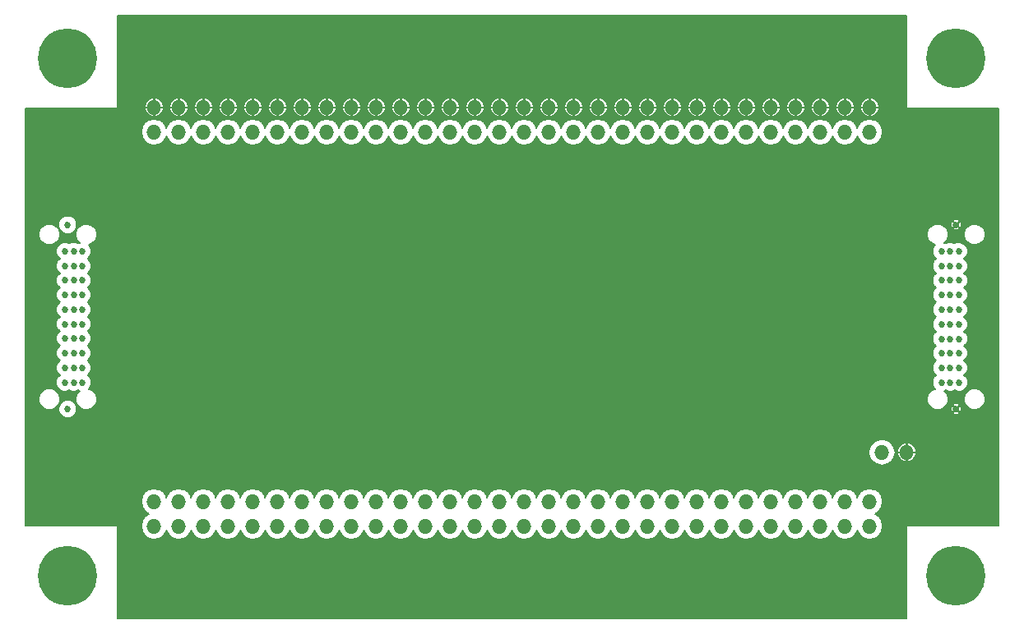
<source format=gbr>
G04 #@! TF.FileFunction,Copper,L3,Inr,Signal*
%FSLAX46Y46*%
G04 Gerber Fmt 4.6, Leading zero omitted, Abs format (unit mm)*
G04 Created by KiCad (PCBNEW (2015-04-19 BZR 5613)-product) date 6/23/2015 7:30:16 PM*
%MOMM*%
G01*
G04 APERTURE LIST*
%ADD10C,0.100000*%
%ADD11O,6.100000X6.100000*%
%ADD12O,1.524000X1.524000*%
%ADD13C,0.685800*%
%ADD14C,0.152400*%
G04 APERTURE END LIST*
D10*
D11*
X93980000Y-134620000D03*
X93980000Y-81280000D03*
X185420000Y-81280000D03*
X185420000Y-134620000D03*
D12*
X176530000Y-127000000D03*
X173990000Y-127000000D03*
X171450000Y-127000000D03*
X168910000Y-127000000D03*
X166370000Y-127000000D03*
X163830000Y-127000000D03*
X161290000Y-127000000D03*
X158750000Y-127000000D03*
X156210000Y-127000000D03*
X153670000Y-127000000D03*
X151130000Y-127000000D03*
X148590000Y-127000000D03*
X146050000Y-127000000D03*
X143510000Y-127000000D03*
X140970000Y-127000000D03*
X138430000Y-127000000D03*
X135890000Y-127000000D03*
X133350000Y-127000000D03*
X130810000Y-127000000D03*
X128270000Y-127000000D03*
X125730000Y-127000000D03*
X123190000Y-127000000D03*
X120650000Y-127000000D03*
X118110000Y-127000000D03*
X115570000Y-127000000D03*
X113030000Y-127000000D03*
X110490000Y-127000000D03*
X107950000Y-127000000D03*
X105410000Y-127000000D03*
X102870000Y-127000000D03*
X176530000Y-129540000D03*
X173990000Y-129540000D03*
X171450000Y-129540000D03*
X168910000Y-129540000D03*
X166370000Y-129540000D03*
X163830000Y-129540000D03*
X161290000Y-129540000D03*
X158750000Y-129540000D03*
X156210000Y-129540000D03*
X153670000Y-129540000D03*
X151130000Y-129540000D03*
X148590000Y-129540000D03*
X146050000Y-129540000D03*
X143510000Y-129540000D03*
X140970000Y-129540000D03*
X138430000Y-129540000D03*
X135890000Y-129540000D03*
X133350000Y-129540000D03*
X130810000Y-129540000D03*
X128270000Y-129540000D03*
X125730000Y-129540000D03*
X123190000Y-129540000D03*
X120650000Y-129540000D03*
X118110000Y-129540000D03*
X115570000Y-129540000D03*
X113030000Y-129540000D03*
X110490000Y-129540000D03*
X107950000Y-129540000D03*
X105410000Y-129540000D03*
X102870000Y-129540000D03*
X177800000Y-121920000D03*
X180340000Y-121920000D03*
X176530000Y-88900000D03*
X173990000Y-88900000D03*
X171450000Y-88900000D03*
X168910000Y-88900000D03*
X166370000Y-88900000D03*
X163830000Y-88900000D03*
X161290000Y-88900000D03*
X158750000Y-88900000D03*
X156210000Y-88900000D03*
X153670000Y-88900000D03*
X151130000Y-88900000D03*
X148590000Y-88900000D03*
X146050000Y-88900000D03*
X143510000Y-88900000D03*
X140970000Y-88900000D03*
X138430000Y-88900000D03*
X135890000Y-88900000D03*
X133350000Y-88900000D03*
X130810000Y-88900000D03*
X128270000Y-88900000D03*
X125730000Y-88900000D03*
X123190000Y-88900000D03*
X120650000Y-88900000D03*
X118110000Y-88900000D03*
X115570000Y-88900000D03*
X113030000Y-88900000D03*
X110490000Y-88900000D03*
X107950000Y-88900000D03*
X105410000Y-88900000D03*
X102870000Y-88900000D03*
X176530000Y-86360000D03*
X173990000Y-86360000D03*
X171450000Y-86360000D03*
X168910000Y-86360000D03*
X166370000Y-86360000D03*
X163830000Y-86360000D03*
X161290000Y-86360000D03*
X158750000Y-86360000D03*
X156210000Y-86360000D03*
X153670000Y-86360000D03*
X151130000Y-86360000D03*
X148590000Y-86360000D03*
X146050000Y-86360000D03*
X143510000Y-86360000D03*
X140970000Y-86360000D03*
X138430000Y-86360000D03*
X135890000Y-86360000D03*
X133350000Y-86360000D03*
X130810000Y-86360000D03*
X128270000Y-86360000D03*
X125730000Y-86360000D03*
X123190000Y-86360000D03*
X120650000Y-86360000D03*
X118110000Y-86360000D03*
X115570000Y-86360000D03*
X113030000Y-86360000D03*
X110490000Y-86360000D03*
X107950000Y-86360000D03*
X105410000Y-86360000D03*
X102870000Y-86360000D03*
D13*
X93980000Y-98450400D03*
X93980000Y-117449600D03*
X185420000Y-98450400D03*
X185420000Y-117449600D03*
X94589600Y-101193600D03*
X95478600Y-101193592D03*
X93700600Y-101193600D03*
X94589600Y-102692200D03*
X95478600Y-102692200D03*
X93700600Y-102692200D03*
X94589600Y-104190802D03*
X95478600Y-104190800D03*
X93700604Y-104190800D03*
X94589600Y-105689398D03*
X95478600Y-105689396D03*
X93700600Y-105689400D03*
X94589600Y-107188000D03*
X95478600Y-107188000D03*
X93700600Y-107188000D03*
X94589600Y-108686602D03*
X95478600Y-108686596D03*
X93700600Y-108686600D03*
X94589600Y-110185200D03*
X95478606Y-110185219D03*
X93700606Y-110185200D03*
X94589602Y-111709198D03*
X95478600Y-111709204D03*
X93700600Y-111709204D03*
X94589600Y-113207800D03*
X95478600Y-113207800D03*
X93700600Y-113207800D03*
X94589596Y-114706400D03*
X95478600Y-114706400D03*
X93700600Y-114706400D03*
X184810400Y-101193600D03*
X183921400Y-101193600D03*
X185699400Y-101193600D03*
X184810400Y-102692200D03*
X183921400Y-102692200D03*
X185699400Y-102692200D03*
X184810400Y-104190800D03*
X183921400Y-104190800D03*
X185699400Y-104190800D03*
X184810400Y-105689400D03*
X183921400Y-105689400D03*
X185699404Y-105689400D03*
X184810400Y-107188000D03*
X183921400Y-107188000D03*
X185699400Y-107188000D03*
X184810400Y-108712000D03*
X183921400Y-108712000D03*
X185699400Y-108712000D03*
X184810400Y-110210600D03*
X183921394Y-110210600D03*
X185699400Y-110210600D03*
X184810396Y-111709200D03*
X183921400Y-111709200D03*
X185699400Y-111709200D03*
X184810400Y-113207800D03*
X183921400Y-113207800D03*
X185699400Y-113207800D03*
X184810400Y-114706406D03*
X183921400Y-114706400D03*
X185699400Y-114706404D03*
D14*
G36*
X189814200Y-129463800D02*
X188404388Y-129463800D01*
X188404388Y-116235285D01*
X188404388Y-99235285D01*
X188239676Y-98836652D01*
X187934952Y-98531396D01*
X187536607Y-98365988D01*
X187105285Y-98365612D01*
X186706652Y-98530324D01*
X186401396Y-98835048D01*
X186235988Y-99233393D01*
X186235612Y-99664715D01*
X186400324Y-100063348D01*
X186705048Y-100368604D01*
X187103393Y-100534012D01*
X187534715Y-100534388D01*
X187933348Y-100369676D01*
X188238604Y-100064952D01*
X188404012Y-99666607D01*
X188404388Y-99235285D01*
X188404388Y-116235285D01*
X188239676Y-115836652D01*
X187934952Y-115531396D01*
X187536607Y-115365988D01*
X187105285Y-115365612D01*
X186706652Y-115530324D01*
X186626665Y-115610171D01*
X186626665Y-105505797D01*
X186485819Y-105164926D01*
X186261220Y-104939934D01*
X186484899Y-104716646D01*
X186626339Y-104376021D01*
X186626661Y-104007197D01*
X186485815Y-103666326D01*
X186261218Y-103441336D01*
X186484899Y-103218046D01*
X186626339Y-102877421D01*
X186626661Y-102508597D01*
X186485815Y-102167726D01*
X186261218Y-101942736D01*
X186484899Y-101719446D01*
X186626339Y-101378821D01*
X186626661Y-101009997D01*
X186485815Y-100669126D01*
X186225246Y-100408101D01*
X185991986Y-100311242D01*
X185991986Y-98561600D01*
X185991001Y-98334246D01*
X185905892Y-98128775D01*
X185809143Y-98097178D01*
X185773222Y-98133099D01*
X185773222Y-98061257D01*
X185741625Y-97964508D01*
X185531200Y-97878414D01*
X185303846Y-97879399D01*
X185098375Y-97964508D01*
X185066778Y-98061257D01*
X185420000Y-98414479D01*
X185773222Y-98061257D01*
X185773222Y-98133099D01*
X185455921Y-98450400D01*
X185809143Y-98803622D01*
X185905892Y-98772025D01*
X185991986Y-98561600D01*
X185991986Y-100311242D01*
X185884621Y-100266661D01*
X185773222Y-100266563D01*
X185773222Y-98839543D01*
X185420000Y-98486321D01*
X185384079Y-98522242D01*
X185384079Y-98450400D01*
X185030857Y-98097178D01*
X184934108Y-98128775D01*
X184848014Y-98339200D01*
X184848999Y-98566554D01*
X184934108Y-98772025D01*
X185030857Y-98803622D01*
X185384079Y-98450400D01*
X185384079Y-98522242D01*
X185066778Y-98839543D01*
X185098375Y-98936292D01*
X185308800Y-99022386D01*
X185536154Y-99021401D01*
X185741625Y-98936292D01*
X185773222Y-98839543D01*
X185773222Y-100266563D01*
X185515797Y-100266339D01*
X185254679Y-100374231D01*
X184995621Y-100266661D01*
X184626797Y-100266339D01*
X184365679Y-100374231D01*
X184198376Y-100304761D01*
X184438604Y-100064952D01*
X184604012Y-99666607D01*
X184604388Y-99235285D01*
X184439676Y-98836652D01*
X184134952Y-98531396D01*
X183736607Y-98365988D01*
X183305285Y-98365612D01*
X182906652Y-98530324D01*
X182601396Y-98835048D01*
X182435988Y-99233393D01*
X182435612Y-99664715D01*
X182600324Y-100063348D01*
X182905048Y-100368604D01*
X183279722Y-100524183D01*
X183135901Y-100667754D01*
X182994461Y-101008379D01*
X182994139Y-101377203D01*
X183134985Y-101718074D01*
X183359581Y-101943063D01*
X183135901Y-102166354D01*
X182994461Y-102506979D01*
X182994139Y-102875803D01*
X183134985Y-103216674D01*
X183359581Y-103441663D01*
X183135901Y-103664954D01*
X182994461Y-104005579D01*
X182994139Y-104374403D01*
X183134985Y-104715274D01*
X183359581Y-104940263D01*
X183135901Y-105163554D01*
X182994461Y-105504179D01*
X182994139Y-105873003D01*
X183134985Y-106213874D01*
X183359581Y-106438863D01*
X183135901Y-106662154D01*
X182994461Y-107002779D01*
X182994139Y-107371603D01*
X183134985Y-107712474D01*
X183372281Y-107950186D01*
X183135901Y-108186154D01*
X182994461Y-108526779D01*
X182994139Y-108895603D01*
X183134985Y-109236474D01*
X183359578Y-109461460D01*
X183135895Y-109684754D01*
X182994455Y-110025379D01*
X182994133Y-110394203D01*
X183134979Y-110735074D01*
X183359578Y-110960066D01*
X183135901Y-111183354D01*
X182994461Y-111523979D01*
X182994139Y-111892803D01*
X183134985Y-112233674D01*
X183359581Y-112458663D01*
X183135901Y-112681954D01*
X182994461Y-113022579D01*
X182994139Y-113391403D01*
X183134985Y-113732274D01*
X183359581Y-113957263D01*
X183135901Y-114180554D01*
X182994461Y-114521179D01*
X182994139Y-114890003D01*
X183134985Y-115230874D01*
X183279941Y-115376083D01*
X182906652Y-115530324D01*
X182601396Y-115835048D01*
X182435988Y-116233393D01*
X182435612Y-116664715D01*
X182600324Y-117063348D01*
X182905048Y-117368604D01*
X183303393Y-117534012D01*
X183734715Y-117534388D01*
X184133348Y-117369676D01*
X184438604Y-117064952D01*
X184604012Y-116666607D01*
X184604388Y-116235285D01*
X184439676Y-115836652D01*
X184198481Y-115595036D01*
X184366113Y-115525771D01*
X184625179Y-115633345D01*
X184994003Y-115633667D01*
X185255123Y-115525773D01*
X185514179Y-115633343D01*
X185883003Y-115633665D01*
X186223874Y-115492819D01*
X186484899Y-115232250D01*
X186626339Y-114891625D01*
X186626661Y-114522801D01*
X186485815Y-114181930D01*
X186261216Y-113956938D01*
X186484899Y-113733646D01*
X186626339Y-113393021D01*
X186626661Y-113024197D01*
X186485815Y-112683326D01*
X186261218Y-112458336D01*
X186484899Y-112235046D01*
X186626339Y-111894421D01*
X186626661Y-111525597D01*
X186485815Y-111184726D01*
X186261218Y-110959736D01*
X186484899Y-110736446D01*
X186626339Y-110395821D01*
X186626661Y-110026997D01*
X186485815Y-109686126D01*
X186261218Y-109461136D01*
X186484899Y-109237846D01*
X186626339Y-108897221D01*
X186626661Y-108528397D01*
X186485815Y-108187526D01*
X186248518Y-107949813D01*
X186484899Y-107713846D01*
X186626339Y-107373221D01*
X186626661Y-107004397D01*
X186485815Y-106663526D01*
X186261220Y-106438538D01*
X186484903Y-106215246D01*
X186626343Y-105874621D01*
X186626665Y-105505797D01*
X186626665Y-115610171D01*
X186401396Y-115835048D01*
X186235988Y-116233393D01*
X186235612Y-116664715D01*
X186400324Y-117063348D01*
X186705048Y-117368604D01*
X187103393Y-117534012D01*
X187534715Y-117534388D01*
X187933348Y-117369676D01*
X188238604Y-117064952D01*
X188404012Y-116666607D01*
X188404388Y-116235285D01*
X188404388Y-129463800D01*
X185991986Y-129463800D01*
X185991986Y-117560800D01*
X185991001Y-117333446D01*
X185905892Y-117127975D01*
X185809143Y-117096378D01*
X185773222Y-117132299D01*
X185773222Y-117060457D01*
X185741625Y-116963708D01*
X185531200Y-116877614D01*
X185303846Y-116878599D01*
X185098375Y-116963708D01*
X185066778Y-117060457D01*
X185420000Y-117413679D01*
X185773222Y-117060457D01*
X185773222Y-117132299D01*
X185455921Y-117449600D01*
X185809143Y-117802822D01*
X185905892Y-117771225D01*
X185991986Y-117560800D01*
X185991986Y-129463800D01*
X185773222Y-129463800D01*
X185773222Y-117838743D01*
X185420000Y-117485521D01*
X185384079Y-117521442D01*
X185384079Y-117449600D01*
X185030857Y-117096378D01*
X184934108Y-117127975D01*
X184848014Y-117338400D01*
X184848999Y-117565754D01*
X184934108Y-117771225D01*
X185030857Y-117802822D01*
X185384079Y-117449600D01*
X185384079Y-117521442D01*
X185066778Y-117838743D01*
X185098375Y-117935492D01*
X185308800Y-118021586D01*
X185536154Y-118020601D01*
X185741625Y-117935492D01*
X185773222Y-117838743D01*
X185773222Y-129463800D01*
X181314109Y-129463800D01*
X181314109Y-122100000D01*
X181314109Y-121740000D01*
X181308845Y-121713523D01*
X181156081Y-121358479D01*
X180879076Y-121088921D01*
X180520001Y-120945888D01*
X180365400Y-120986873D01*
X180365400Y-121894600D01*
X181273104Y-121894600D01*
X181314109Y-121740000D01*
X181314109Y-122100000D01*
X181273104Y-121945400D01*
X180365400Y-121945400D01*
X180365400Y-122853127D01*
X180520001Y-122894112D01*
X180879076Y-122751079D01*
X181156081Y-122481521D01*
X181308845Y-122126477D01*
X181314109Y-122100000D01*
X181314109Y-129463800D01*
X180314600Y-129463800D01*
X180314600Y-122853127D01*
X180314600Y-121945400D01*
X180314600Y-121894600D01*
X180314600Y-120986873D01*
X180159999Y-120945888D01*
X179800924Y-121088921D01*
X179523919Y-121358479D01*
X179371155Y-121713523D01*
X179365891Y-121740000D01*
X179406896Y-121894600D01*
X180314600Y-121894600D01*
X180314600Y-121945400D01*
X179406896Y-121945400D01*
X179365891Y-122100000D01*
X179371155Y-122126477D01*
X179523919Y-122481521D01*
X179800924Y-122751079D01*
X180159999Y-122894112D01*
X180314600Y-122853127D01*
X180314600Y-129463800D01*
X180263800Y-129463800D01*
X180263800Y-139014200D01*
X179172574Y-139014200D01*
X179172574Y-121920000D01*
X179070101Y-121404832D01*
X178778281Y-120968093D01*
X178341542Y-120676273D01*
X177876200Y-120583710D01*
X177876200Y-88926374D01*
X177876200Y-88873626D01*
X177773727Y-88358458D01*
X177504112Y-87954951D01*
X177504112Y-86540001D01*
X177504112Y-86179999D01*
X177361079Y-85820924D01*
X177091521Y-85543919D01*
X176736477Y-85391155D01*
X176710000Y-85385891D01*
X176555400Y-85426896D01*
X176555400Y-86334600D01*
X177463127Y-86334600D01*
X177504112Y-86179999D01*
X177504112Y-86540001D01*
X177463127Y-86385400D01*
X176555400Y-86385400D01*
X176555400Y-87293104D01*
X176710000Y-87334109D01*
X176736477Y-87328845D01*
X177091521Y-87176081D01*
X177361079Y-86899076D01*
X177504112Y-86540001D01*
X177504112Y-87954951D01*
X177481907Y-87921719D01*
X177045168Y-87629899D01*
X176530000Y-87527426D01*
X176504600Y-87532478D01*
X176504600Y-87293104D01*
X176504600Y-86385400D01*
X176504600Y-86334600D01*
X176504600Y-85426896D01*
X176350000Y-85385891D01*
X176323523Y-85391155D01*
X175968479Y-85543919D01*
X175698921Y-85820924D01*
X175555888Y-86179999D01*
X175596873Y-86334600D01*
X176504600Y-86334600D01*
X176504600Y-86385400D01*
X175596873Y-86385400D01*
X175555888Y-86540001D01*
X175698921Y-86899076D01*
X175968479Y-87176081D01*
X176323523Y-87328845D01*
X176350000Y-87334109D01*
X176504600Y-87293104D01*
X176504600Y-87532478D01*
X176014832Y-87629899D01*
X175578093Y-87921719D01*
X175286273Y-88358458D01*
X175260000Y-88490541D01*
X175233727Y-88358458D01*
X174964112Y-87954951D01*
X174964112Y-86540001D01*
X174964112Y-86179999D01*
X174821079Y-85820924D01*
X174551521Y-85543919D01*
X174196477Y-85391155D01*
X174170000Y-85385891D01*
X174015400Y-85426896D01*
X174015400Y-86334600D01*
X174923127Y-86334600D01*
X174964112Y-86179999D01*
X174964112Y-86540001D01*
X174923127Y-86385400D01*
X174015400Y-86385400D01*
X174015400Y-87293104D01*
X174170000Y-87334109D01*
X174196477Y-87328845D01*
X174551521Y-87176081D01*
X174821079Y-86899076D01*
X174964112Y-86540001D01*
X174964112Y-87954951D01*
X174941907Y-87921719D01*
X174505168Y-87629899D01*
X173990000Y-87527426D01*
X173964600Y-87532478D01*
X173964600Y-87293104D01*
X173964600Y-86385400D01*
X173964600Y-86334600D01*
X173964600Y-85426896D01*
X173810000Y-85385891D01*
X173783523Y-85391155D01*
X173428479Y-85543919D01*
X173158921Y-85820924D01*
X173015888Y-86179999D01*
X173056873Y-86334600D01*
X173964600Y-86334600D01*
X173964600Y-86385400D01*
X173056873Y-86385400D01*
X173015888Y-86540001D01*
X173158921Y-86899076D01*
X173428479Y-87176081D01*
X173783523Y-87328845D01*
X173810000Y-87334109D01*
X173964600Y-87293104D01*
X173964600Y-87532478D01*
X173474832Y-87629899D01*
X173038093Y-87921719D01*
X172746273Y-88358458D01*
X172720000Y-88490541D01*
X172693727Y-88358458D01*
X172424112Y-87954951D01*
X172424112Y-86540001D01*
X172424112Y-86179999D01*
X172281079Y-85820924D01*
X172011521Y-85543919D01*
X171656477Y-85391155D01*
X171630000Y-85385891D01*
X171475400Y-85426896D01*
X171475400Y-86334600D01*
X172383127Y-86334600D01*
X172424112Y-86179999D01*
X172424112Y-86540001D01*
X172383127Y-86385400D01*
X171475400Y-86385400D01*
X171475400Y-87293104D01*
X171630000Y-87334109D01*
X171656477Y-87328845D01*
X172011521Y-87176081D01*
X172281079Y-86899076D01*
X172424112Y-86540001D01*
X172424112Y-87954951D01*
X172401907Y-87921719D01*
X171965168Y-87629899D01*
X171450000Y-87527426D01*
X171424600Y-87532478D01*
X171424600Y-87293104D01*
X171424600Y-86385400D01*
X171424600Y-86334600D01*
X171424600Y-85426896D01*
X171270000Y-85385891D01*
X171243523Y-85391155D01*
X170888479Y-85543919D01*
X170618921Y-85820924D01*
X170475888Y-86179999D01*
X170516873Y-86334600D01*
X171424600Y-86334600D01*
X171424600Y-86385400D01*
X170516873Y-86385400D01*
X170475888Y-86540001D01*
X170618921Y-86899076D01*
X170888479Y-87176081D01*
X171243523Y-87328845D01*
X171270000Y-87334109D01*
X171424600Y-87293104D01*
X171424600Y-87532478D01*
X170934832Y-87629899D01*
X170498093Y-87921719D01*
X170206273Y-88358458D01*
X170180000Y-88490541D01*
X170153727Y-88358458D01*
X169884112Y-87954951D01*
X169884112Y-86540001D01*
X169884112Y-86179999D01*
X169741079Y-85820924D01*
X169471521Y-85543919D01*
X169116477Y-85391155D01*
X169090000Y-85385891D01*
X168935400Y-85426896D01*
X168935400Y-86334600D01*
X169843127Y-86334600D01*
X169884112Y-86179999D01*
X169884112Y-86540001D01*
X169843127Y-86385400D01*
X168935400Y-86385400D01*
X168935400Y-87293104D01*
X169090000Y-87334109D01*
X169116477Y-87328845D01*
X169471521Y-87176081D01*
X169741079Y-86899076D01*
X169884112Y-86540001D01*
X169884112Y-87954951D01*
X169861907Y-87921719D01*
X169425168Y-87629899D01*
X168910000Y-87527426D01*
X168884600Y-87532478D01*
X168884600Y-87293104D01*
X168884600Y-86385400D01*
X168884600Y-86334600D01*
X168884600Y-85426896D01*
X168730000Y-85385891D01*
X168703523Y-85391155D01*
X168348479Y-85543919D01*
X168078921Y-85820924D01*
X167935888Y-86179999D01*
X167976873Y-86334600D01*
X168884600Y-86334600D01*
X168884600Y-86385400D01*
X167976873Y-86385400D01*
X167935888Y-86540001D01*
X168078921Y-86899076D01*
X168348479Y-87176081D01*
X168703523Y-87328845D01*
X168730000Y-87334109D01*
X168884600Y-87293104D01*
X168884600Y-87532478D01*
X168394832Y-87629899D01*
X167958093Y-87921719D01*
X167666273Y-88358458D01*
X167640000Y-88490541D01*
X167613727Y-88358458D01*
X167344112Y-87954951D01*
X167344112Y-86540001D01*
X167344112Y-86179999D01*
X167201079Y-85820924D01*
X166931521Y-85543919D01*
X166576477Y-85391155D01*
X166550000Y-85385891D01*
X166395400Y-85426896D01*
X166395400Y-86334600D01*
X167303127Y-86334600D01*
X167344112Y-86179999D01*
X167344112Y-86540001D01*
X167303127Y-86385400D01*
X166395400Y-86385400D01*
X166395400Y-87293104D01*
X166550000Y-87334109D01*
X166576477Y-87328845D01*
X166931521Y-87176081D01*
X167201079Y-86899076D01*
X167344112Y-86540001D01*
X167344112Y-87954951D01*
X167321907Y-87921719D01*
X166885168Y-87629899D01*
X166370000Y-87527426D01*
X166344600Y-87532478D01*
X166344600Y-87293104D01*
X166344600Y-86385400D01*
X166344600Y-86334600D01*
X166344600Y-85426896D01*
X166190000Y-85385891D01*
X166163523Y-85391155D01*
X165808479Y-85543919D01*
X165538921Y-85820924D01*
X165395888Y-86179999D01*
X165436873Y-86334600D01*
X166344600Y-86334600D01*
X166344600Y-86385400D01*
X165436873Y-86385400D01*
X165395888Y-86540001D01*
X165538921Y-86899076D01*
X165808479Y-87176081D01*
X166163523Y-87328845D01*
X166190000Y-87334109D01*
X166344600Y-87293104D01*
X166344600Y-87532478D01*
X165854832Y-87629899D01*
X165418093Y-87921719D01*
X165126273Y-88358458D01*
X165100000Y-88490541D01*
X165073727Y-88358458D01*
X164804112Y-87954951D01*
X164804112Y-86540001D01*
X164804112Y-86179999D01*
X164661079Y-85820924D01*
X164391521Y-85543919D01*
X164036477Y-85391155D01*
X164010000Y-85385891D01*
X163855400Y-85426896D01*
X163855400Y-86334600D01*
X164763127Y-86334600D01*
X164804112Y-86179999D01*
X164804112Y-86540001D01*
X164763127Y-86385400D01*
X163855400Y-86385400D01*
X163855400Y-87293104D01*
X164010000Y-87334109D01*
X164036477Y-87328845D01*
X164391521Y-87176081D01*
X164661079Y-86899076D01*
X164804112Y-86540001D01*
X164804112Y-87954951D01*
X164781907Y-87921719D01*
X164345168Y-87629899D01*
X163830000Y-87527426D01*
X163804600Y-87532478D01*
X163804600Y-87293104D01*
X163804600Y-86385400D01*
X163804600Y-86334600D01*
X163804600Y-85426896D01*
X163650000Y-85385891D01*
X163623523Y-85391155D01*
X163268479Y-85543919D01*
X162998921Y-85820924D01*
X162855888Y-86179999D01*
X162896873Y-86334600D01*
X163804600Y-86334600D01*
X163804600Y-86385400D01*
X162896873Y-86385400D01*
X162855888Y-86540001D01*
X162998921Y-86899076D01*
X163268479Y-87176081D01*
X163623523Y-87328845D01*
X163650000Y-87334109D01*
X163804600Y-87293104D01*
X163804600Y-87532478D01*
X163314832Y-87629899D01*
X162878093Y-87921719D01*
X162586273Y-88358458D01*
X162560000Y-88490541D01*
X162533727Y-88358458D01*
X162264112Y-87954951D01*
X162264112Y-86540001D01*
X162264112Y-86179999D01*
X162121079Y-85820924D01*
X161851521Y-85543919D01*
X161496477Y-85391155D01*
X161470000Y-85385891D01*
X161315400Y-85426896D01*
X161315400Y-86334600D01*
X162223127Y-86334600D01*
X162264112Y-86179999D01*
X162264112Y-86540001D01*
X162223127Y-86385400D01*
X161315400Y-86385400D01*
X161315400Y-87293104D01*
X161470000Y-87334109D01*
X161496477Y-87328845D01*
X161851521Y-87176081D01*
X162121079Y-86899076D01*
X162264112Y-86540001D01*
X162264112Y-87954951D01*
X162241907Y-87921719D01*
X161805168Y-87629899D01*
X161290000Y-87527426D01*
X161264600Y-87532478D01*
X161264600Y-87293104D01*
X161264600Y-86385400D01*
X161264600Y-86334600D01*
X161264600Y-85426896D01*
X161110000Y-85385891D01*
X161083523Y-85391155D01*
X160728479Y-85543919D01*
X160458921Y-85820924D01*
X160315888Y-86179999D01*
X160356873Y-86334600D01*
X161264600Y-86334600D01*
X161264600Y-86385400D01*
X160356873Y-86385400D01*
X160315888Y-86540001D01*
X160458921Y-86899076D01*
X160728479Y-87176081D01*
X161083523Y-87328845D01*
X161110000Y-87334109D01*
X161264600Y-87293104D01*
X161264600Y-87532478D01*
X160774832Y-87629899D01*
X160338093Y-87921719D01*
X160046273Y-88358458D01*
X160020000Y-88490541D01*
X159993727Y-88358458D01*
X159724112Y-87954951D01*
X159724112Y-86540001D01*
X159724112Y-86179999D01*
X159581079Y-85820924D01*
X159311521Y-85543919D01*
X158956477Y-85391155D01*
X158930000Y-85385891D01*
X158775400Y-85426896D01*
X158775400Y-86334600D01*
X159683127Y-86334600D01*
X159724112Y-86179999D01*
X159724112Y-86540001D01*
X159683127Y-86385400D01*
X158775400Y-86385400D01*
X158775400Y-87293104D01*
X158930000Y-87334109D01*
X158956477Y-87328845D01*
X159311521Y-87176081D01*
X159581079Y-86899076D01*
X159724112Y-86540001D01*
X159724112Y-87954951D01*
X159701907Y-87921719D01*
X159265168Y-87629899D01*
X158750000Y-87527426D01*
X158724600Y-87532478D01*
X158724600Y-87293104D01*
X158724600Y-86385400D01*
X158724600Y-86334600D01*
X158724600Y-85426896D01*
X158570000Y-85385891D01*
X158543523Y-85391155D01*
X158188479Y-85543919D01*
X157918921Y-85820924D01*
X157775888Y-86179999D01*
X157816873Y-86334600D01*
X158724600Y-86334600D01*
X158724600Y-86385400D01*
X157816873Y-86385400D01*
X157775888Y-86540001D01*
X157918921Y-86899076D01*
X158188479Y-87176081D01*
X158543523Y-87328845D01*
X158570000Y-87334109D01*
X158724600Y-87293104D01*
X158724600Y-87532478D01*
X158234832Y-87629899D01*
X157798093Y-87921719D01*
X157506273Y-88358458D01*
X157480000Y-88490541D01*
X157453727Y-88358458D01*
X157184112Y-87954951D01*
X157184112Y-86540001D01*
X157184112Y-86179999D01*
X157041079Y-85820924D01*
X156771521Y-85543919D01*
X156416477Y-85391155D01*
X156390000Y-85385891D01*
X156235400Y-85426896D01*
X156235400Y-86334600D01*
X157143127Y-86334600D01*
X157184112Y-86179999D01*
X157184112Y-86540001D01*
X157143127Y-86385400D01*
X156235400Y-86385400D01*
X156235400Y-87293104D01*
X156390000Y-87334109D01*
X156416477Y-87328845D01*
X156771521Y-87176081D01*
X157041079Y-86899076D01*
X157184112Y-86540001D01*
X157184112Y-87954951D01*
X157161907Y-87921719D01*
X156725168Y-87629899D01*
X156210000Y-87527426D01*
X156184600Y-87532478D01*
X156184600Y-87293104D01*
X156184600Y-86385400D01*
X156184600Y-86334600D01*
X156184600Y-85426896D01*
X156030000Y-85385891D01*
X156003523Y-85391155D01*
X155648479Y-85543919D01*
X155378921Y-85820924D01*
X155235888Y-86179999D01*
X155276873Y-86334600D01*
X156184600Y-86334600D01*
X156184600Y-86385400D01*
X155276873Y-86385400D01*
X155235888Y-86540001D01*
X155378921Y-86899076D01*
X155648479Y-87176081D01*
X156003523Y-87328845D01*
X156030000Y-87334109D01*
X156184600Y-87293104D01*
X156184600Y-87532478D01*
X155694832Y-87629899D01*
X155258093Y-87921719D01*
X154966273Y-88358458D01*
X154940000Y-88490541D01*
X154913727Y-88358458D01*
X154644112Y-87954951D01*
X154644112Y-86540001D01*
X154644112Y-86179999D01*
X154501079Y-85820924D01*
X154231521Y-85543919D01*
X153876477Y-85391155D01*
X153850000Y-85385891D01*
X153695400Y-85426896D01*
X153695400Y-86334600D01*
X154603127Y-86334600D01*
X154644112Y-86179999D01*
X154644112Y-86540001D01*
X154603127Y-86385400D01*
X153695400Y-86385400D01*
X153695400Y-87293104D01*
X153850000Y-87334109D01*
X153876477Y-87328845D01*
X154231521Y-87176081D01*
X154501079Y-86899076D01*
X154644112Y-86540001D01*
X154644112Y-87954951D01*
X154621907Y-87921719D01*
X154185168Y-87629899D01*
X153670000Y-87527426D01*
X153644600Y-87532478D01*
X153644600Y-87293104D01*
X153644600Y-86385400D01*
X153644600Y-86334600D01*
X153644600Y-85426896D01*
X153490000Y-85385891D01*
X153463523Y-85391155D01*
X153108479Y-85543919D01*
X152838921Y-85820924D01*
X152695888Y-86179999D01*
X152736873Y-86334600D01*
X153644600Y-86334600D01*
X153644600Y-86385400D01*
X152736873Y-86385400D01*
X152695888Y-86540001D01*
X152838921Y-86899076D01*
X153108479Y-87176081D01*
X153463523Y-87328845D01*
X153490000Y-87334109D01*
X153644600Y-87293104D01*
X153644600Y-87532478D01*
X153154832Y-87629899D01*
X152718093Y-87921719D01*
X152426273Y-88358458D01*
X152400000Y-88490541D01*
X152373727Y-88358458D01*
X152104112Y-87954951D01*
X152104112Y-86540001D01*
X152104112Y-86179999D01*
X151961079Y-85820924D01*
X151691521Y-85543919D01*
X151336477Y-85391155D01*
X151310000Y-85385891D01*
X151155400Y-85426896D01*
X151155400Y-86334600D01*
X152063127Y-86334600D01*
X152104112Y-86179999D01*
X152104112Y-86540001D01*
X152063127Y-86385400D01*
X151155400Y-86385400D01*
X151155400Y-87293104D01*
X151310000Y-87334109D01*
X151336477Y-87328845D01*
X151691521Y-87176081D01*
X151961079Y-86899076D01*
X152104112Y-86540001D01*
X152104112Y-87954951D01*
X152081907Y-87921719D01*
X151645168Y-87629899D01*
X151130000Y-87527426D01*
X151104600Y-87532478D01*
X151104600Y-87293104D01*
X151104600Y-86385400D01*
X151104600Y-86334600D01*
X151104600Y-85426896D01*
X150950000Y-85385891D01*
X150923523Y-85391155D01*
X150568479Y-85543919D01*
X150298921Y-85820924D01*
X150155888Y-86179999D01*
X150196873Y-86334600D01*
X151104600Y-86334600D01*
X151104600Y-86385400D01*
X150196873Y-86385400D01*
X150155888Y-86540001D01*
X150298921Y-86899076D01*
X150568479Y-87176081D01*
X150923523Y-87328845D01*
X150950000Y-87334109D01*
X151104600Y-87293104D01*
X151104600Y-87532478D01*
X150614832Y-87629899D01*
X150178093Y-87921719D01*
X149886273Y-88358458D01*
X149860000Y-88490541D01*
X149833727Y-88358458D01*
X149564112Y-87954951D01*
X149564112Y-86540001D01*
X149564112Y-86179999D01*
X149421079Y-85820924D01*
X149151521Y-85543919D01*
X148796477Y-85391155D01*
X148770000Y-85385891D01*
X148615400Y-85426896D01*
X148615400Y-86334600D01*
X149523127Y-86334600D01*
X149564112Y-86179999D01*
X149564112Y-86540001D01*
X149523127Y-86385400D01*
X148615400Y-86385400D01*
X148615400Y-87293104D01*
X148770000Y-87334109D01*
X148796477Y-87328845D01*
X149151521Y-87176081D01*
X149421079Y-86899076D01*
X149564112Y-86540001D01*
X149564112Y-87954951D01*
X149541907Y-87921719D01*
X149105168Y-87629899D01*
X148590000Y-87527426D01*
X148564600Y-87532478D01*
X148564600Y-87293104D01*
X148564600Y-86385400D01*
X148564600Y-86334600D01*
X148564600Y-85426896D01*
X148410000Y-85385891D01*
X148383523Y-85391155D01*
X148028479Y-85543919D01*
X147758921Y-85820924D01*
X147615888Y-86179999D01*
X147656873Y-86334600D01*
X148564600Y-86334600D01*
X148564600Y-86385400D01*
X147656873Y-86385400D01*
X147615888Y-86540001D01*
X147758921Y-86899076D01*
X148028479Y-87176081D01*
X148383523Y-87328845D01*
X148410000Y-87334109D01*
X148564600Y-87293104D01*
X148564600Y-87532478D01*
X148074832Y-87629899D01*
X147638093Y-87921719D01*
X147346273Y-88358458D01*
X147320000Y-88490541D01*
X147293727Y-88358458D01*
X147024112Y-87954951D01*
X147024112Y-86540001D01*
X147024112Y-86179999D01*
X146881079Y-85820924D01*
X146611521Y-85543919D01*
X146256477Y-85391155D01*
X146230000Y-85385891D01*
X146075400Y-85426896D01*
X146075400Y-86334600D01*
X146983127Y-86334600D01*
X147024112Y-86179999D01*
X147024112Y-86540001D01*
X146983127Y-86385400D01*
X146075400Y-86385400D01*
X146075400Y-87293104D01*
X146230000Y-87334109D01*
X146256477Y-87328845D01*
X146611521Y-87176081D01*
X146881079Y-86899076D01*
X147024112Y-86540001D01*
X147024112Y-87954951D01*
X147001907Y-87921719D01*
X146565168Y-87629899D01*
X146050000Y-87527426D01*
X146024600Y-87532478D01*
X146024600Y-87293104D01*
X146024600Y-86385400D01*
X146024600Y-86334600D01*
X146024600Y-85426896D01*
X145870000Y-85385891D01*
X145843523Y-85391155D01*
X145488479Y-85543919D01*
X145218921Y-85820924D01*
X145075888Y-86179999D01*
X145116873Y-86334600D01*
X146024600Y-86334600D01*
X146024600Y-86385400D01*
X145116873Y-86385400D01*
X145075888Y-86540001D01*
X145218921Y-86899076D01*
X145488479Y-87176081D01*
X145843523Y-87328845D01*
X145870000Y-87334109D01*
X146024600Y-87293104D01*
X146024600Y-87532478D01*
X145534832Y-87629899D01*
X145098093Y-87921719D01*
X144806273Y-88358458D01*
X144780000Y-88490541D01*
X144753727Y-88358458D01*
X144484112Y-87954951D01*
X144484112Y-86540001D01*
X144484112Y-86179999D01*
X144341079Y-85820924D01*
X144071521Y-85543919D01*
X143716477Y-85391155D01*
X143690000Y-85385891D01*
X143535400Y-85426896D01*
X143535400Y-86334600D01*
X144443127Y-86334600D01*
X144484112Y-86179999D01*
X144484112Y-86540001D01*
X144443127Y-86385400D01*
X143535400Y-86385400D01*
X143535400Y-87293104D01*
X143690000Y-87334109D01*
X143716477Y-87328845D01*
X144071521Y-87176081D01*
X144341079Y-86899076D01*
X144484112Y-86540001D01*
X144484112Y-87954951D01*
X144461907Y-87921719D01*
X144025168Y-87629899D01*
X143510000Y-87527426D01*
X143484600Y-87532478D01*
X143484600Y-87293104D01*
X143484600Y-86385400D01*
X143484600Y-86334600D01*
X143484600Y-85426896D01*
X143330000Y-85385891D01*
X143303523Y-85391155D01*
X142948479Y-85543919D01*
X142678921Y-85820924D01*
X142535888Y-86179999D01*
X142576873Y-86334600D01*
X143484600Y-86334600D01*
X143484600Y-86385400D01*
X142576873Y-86385400D01*
X142535888Y-86540001D01*
X142678921Y-86899076D01*
X142948479Y-87176081D01*
X143303523Y-87328845D01*
X143330000Y-87334109D01*
X143484600Y-87293104D01*
X143484600Y-87532478D01*
X142994832Y-87629899D01*
X142558093Y-87921719D01*
X142266273Y-88358458D01*
X142240000Y-88490541D01*
X142213727Y-88358458D01*
X141944112Y-87954951D01*
X141944112Y-86540001D01*
X141944112Y-86179999D01*
X141801079Y-85820924D01*
X141531521Y-85543919D01*
X141176477Y-85391155D01*
X141150000Y-85385891D01*
X140995400Y-85426896D01*
X140995400Y-86334600D01*
X141903127Y-86334600D01*
X141944112Y-86179999D01*
X141944112Y-86540001D01*
X141903127Y-86385400D01*
X140995400Y-86385400D01*
X140995400Y-87293104D01*
X141150000Y-87334109D01*
X141176477Y-87328845D01*
X141531521Y-87176081D01*
X141801079Y-86899076D01*
X141944112Y-86540001D01*
X141944112Y-87954951D01*
X141921907Y-87921719D01*
X141485168Y-87629899D01*
X140970000Y-87527426D01*
X140944600Y-87532478D01*
X140944600Y-87293104D01*
X140944600Y-86385400D01*
X140944600Y-86334600D01*
X140944600Y-85426896D01*
X140790000Y-85385891D01*
X140763523Y-85391155D01*
X140408479Y-85543919D01*
X140138921Y-85820924D01*
X139995888Y-86179999D01*
X140036873Y-86334600D01*
X140944600Y-86334600D01*
X140944600Y-86385400D01*
X140036873Y-86385400D01*
X139995888Y-86540001D01*
X140138921Y-86899076D01*
X140408479Y-87176081D01*
X140763523Y-87328845D01*
X140790000Y-87334109D01*
X140944600Y-87293104D01*
X140944600Y-87532478D01*
X140454832Y-87629899D01*
X140018093Y-87921719D01*
X139726273Y-88358458D01*
X139700000Y-88490541D01*
X139673727Y-88358458D01*
X139404112Y-87954951D01*
X139404112Y-86540001D01*
X139404112Y-86179999D01*
X139261079Y-85820924D01*
X138991521Y-85543919D01*
X138636477Y-85391155D01*
X138610000Y-85385891D01*
X138455400Y-85426896D01*
X138455400Y-86334600D01*
X139363127Y-86334600D01*
X139404112Y-86179999D01*
X139404112Y-86540001D01*
X139363127Y-86385400D01*
X138455400Y-86385400D01*
X138455400Y-87293104D01*
X138610000Y-87334109D01*
X138636477Y-87328845D01*
X138991521Y-87176081D01*
X139261079Y-86899076D01*
X139404112Y-86540001D01*
X139404112Y-87954951D01*
X139381907Y-87921719D01*
X138945168Y-87629899D01*
X138430000Y-87527426D01*
X138404600Y-87532478D01*
X138404600Y-87293104D01*
X138404600Y-86385400D01*
X138404600Y-86334600D01*
X138404600Y-85426896D01*
X138250000Y-85385891D01*
X138223523Y-85391155D01*
X137868479Y-85543919D01*
X137598921Y-85820924D01*
X137455888Y-86179999D01*
X137496873Y-86334600D01*
X138404600Y-86334600D01*
X138404600Y-86385400D01*
X137496873Y-86385400D01*
X137455888Y-86540001D01*
X137598921Y-86899076D01*
X137868479Y-87176081D01*
X138223523Y-87328845D01*
X138250000Y-87334109D01*
X138404600Y-87293104D01*
X138404600Y-87532478D01*
X137914832Y-87629899D01*
X137478093Y-87921719D01*
X137186273Y-88358458D01*
X137160000Y-88490541D01*
X137133727Y-88358458D01*
X136864112Y-87954951D01*
X136864112Y-86540001D01*
X136864112Y-86179999D01*
X136721079Y-85820924D01*
X136451521Y-85543919D01*
X136096477Y-85391155D01*
X136070000Y-85385891D01*
X135915400Y-85426896D01*
X135915400Y-86334600D01*
X136823127Y-86334600D01*
X136864112Y-86179999D01*
X136864112Y-86540001D01*
X136823127Y-86385400D01*
X135915400Y-86385400D01*
X135915400Y-87293104D01*
X136070000Y-87334109D01*
X136096477Y-87328845D01*
X136451521Y-87176081D01*
X136721079Y-86899076D01*
X136864112Y-86540001D01*
X136864112Y-87954951D01*
X136841907Y-87921719D01*
X136405168Y-87629899D01*
X135890000Y-87527426D01*
X135864600Y-87532478D01*
X135864600Y-87293104D01*
X135864600Y-86385400D01*
X135864600Y-86334600D01*
X135864600Y-85426896D01*
X135710000Y-85385891D01*
X135683523Y-85391155D01*
X135328479Y-85543919D01*
X135058921Y-85820924D01*
X134915888Y-86179999D01*
X134956873Y-86334600D01*
X135864600Y-86334600D01*
X135864600Y-86385400D01*
X134956873Y-86385400D01*
X134915888Y-86540001D01*
X135058921Y-86899076D01*
X135328479Y-87176081D01*
X135683523Y-87328845D01*
X135710000Y-87334109D01*
X135864600Y-87293104D01*
X135864600Y-87532478D01*
X135374832Y-87629899D01*
X134938093Y-87921719D01*
X134646273Y-88358458D01*
X134620000Y-88490541D01*
X134593727Y-88358458D01*
X134324112Y-87954951D01*
X134324112Y-86540001D01*
X134324112Y-86179999D01*
X134181079Y-85820924D01*
X133911521Y-85543919D01*
X133556477Y-85391155D01*
X133530000Y-85385891D01*
X133375400Y-85426896D01*
X133375400Y-86334600D01*
X134283127Y-86334600D01*
X134324112Y-86179999D01*
X134324112Y-86540001D01*
X134283127Y-86385400D01*
X133375400Y-86385400D01*
X133375400Y-87293104D01*
X133530000Y-87334109D01*
X133556477Y-87328845D01*
X133911521Y-87176081D01*
X134181079Y-86899076D01*
X134324112Y-86540001D01*
X134324112Y-87954951D01*
X134301907Y-87921719D01*
X133865168Y-87629899D01*
X133350000Y-87527426D01*
X133324600Y-87532478D01*
X133324600Y-87293104D01*
X133324600Y-86385400D01*
X133324600Y-86334600D01*
X133324600Y-85426896D01*
X133170000Y-85385891D01*
X133143523Y-85391155D01*
X132788479Y-85543919D01*
X132518921Y-85820924D01*
X132375888Y-86179999D01*
X132416873Y-86334600D01*
X133324600Y-86334600D01*
X133324600Y-86385400D01*
X132416873Y-86385400D01*
X132375888Y-86540001D01*
X132518921Y-86899076D01*
X132788479Y-87176081D01*
X133143523Y-87328845D01*
X133170000Y-87334109D01*
X133324600Y-87293104D01*
X133324600Y-87532478D01*
X132834832Y-87629899D01*
X132398093Y-87921719D01*
X132106273Y-88358458D01*
X132080000Y-88490541D01*
X132053727Y-88358458D01*
X131784112Y-87954951D01*
X131784112Y-86540001D01*
X131784112Y-86179999D01*
X131641079Y-85820924D01*
X131371521Y-85543919D01*
X131016477Y-85391155D01*
X130990000Y-85385891D01*
X130835400Y-85426896D01*
X130835400Y-86334600D01*
X131743127Y-86334600D01*
X131784112Y-86179999D01*
X131784112Y-86540001D01*
X131743127Y-86385400D01*
X130835400Y-86385400D01*
X130835400Y-87293104D01*
X130990000Y-87334109D01*
X131016477Y-87328845D01*
X131371521Y-87176081D01*
X131641079Y-86899076D01*
X131784112Y-86540001D01*
X131784112Y-87954951D01*
X131761907Y-87921719D01*
X131325168Y-87629899D01*
X130810000Y-87527426D01*
X130784600Y-87532478D01*
X130784600Y-87293104D01*
X130784600Y-86385400D01*
X130784600Y-86334600D01*
X130784600Y-85426896D01*
X130630000Y-85385891D01*
X130603523Y-85391155D01*
X130248479Y-85543919D01*
X129978921Y-85820924D01*
X129835888Y-86179999D01*
X129876873Y-86334600D01*
X130784600Y-86334600D01*
X130784600Y-86385400D01*
X129876873Y-86385400D01*
X129835888Y-86540001D01*
X129978921Y-86899076D01*
X130248479Y-87176081D01*
X130603523Y-87328845D01*
X130630000Y-87334109D01*
X130784600Y-87293104D01*
X130784600Y-87532478D01*
X130294832Y-87629899D01*
X129858093Y-87921719D01*
X129566273Y-88358458D01*
X129540000Y-88490541D01*
X129513727Y-88358458D01*
X129244112Y-87954951D01*
X129244112Y-86540001D01*
X129244112Y-86179999D01*
X129101079Y-85820924D01*
X128831521Y-85543919D01*
X128476477Y-85391155D01*
X128450000Y-85385891D01*
X128295400Y-85426896D01*
X128295400Y-86334600D01*
X129203127Y-86334600D01*
X129244112Y-86179999D01*
X129244112Y-86540001D01*
X129203127Y-86385400D01*
X128295400Y-86385400D01*
X128295400Y-87293104D01*
X128450000Y-87334109D01*
X128476477Y-87328845D01*
X128831521Y-87176081D01*
X129101079Y-86899076D01*
X129244112Y-86540001D01*
X129244112Y-87954951D01*
X129221907Y-87921719D01*
X128785168Y-87629899D01*
X128270000Y-87527426D01*
X128244600Y-87532478D01*
X128244600Y-87293104D01*
X128244600Y-86385400D01*
X128244600Y-86334600D01*
X128244600Y-85426896D01*
X128090000Y-85385891D01*
X128063523Y-85391155D01*
X127708479Y-85543919D01*
X127438921Y-85820924D01*
X127295888Y-86179999D01*
X127336873Y-86334600D01*
X128244600Y-86334600D01*
X128244600Y-86385400D01*
X127336873Y-86385400D01*
X127295888Y-86540001D01*
X127438921Y-86899076D01*
X127708479Y-87176081D01*
X128063523Y-87328845D01*
X128090000Y-87334109D01*
X128244600Y-87293104D01*
X128244600Y-87532478D01*
X127754832Y-87629899D01*
X127318093Y-87921719D01*
X127026273Y-88358458D01*
X127000000Y-88490541D01*
X126973727Y-88358458D01*
X126704112Y-87954951D01*
X126704112Y-86540001D01*
X126704112Y-86179999D01*
X126561079Y-85820924D01*
X126291521Y-85543919D01*
X125936477Y-85391155D01*
X125910000Y-85385891D01*
X125755400Y-85426896D01*
X125755400Y-86334600D01*
X126663127Y-86334600D01*
X126704112Y-86179999D01*
X126704112Y-86540001D01*
X126663127Y-86385400D01*
X125755400Y-86385400D01*
X125755400Y-87293104D01*
X125910000Y-87334109D01*
X125936477Y-87328845D01*
X126291521Y-87176081D01*
X126561079Y-86899076D01*
X126704112Y-86540001D01*
X126704112Y-87954951D01*
X126681907Y-87921719D01*
X126245168Y-87629899D01*
X125730000Y-87527426D01*
X125704600Y-87532478D01*
X125704600Y-87293104D01*
X125704600Y-86385400D01*
X125704600Y-86334600D01*
X125704600Y-85426896D01*
X125550000Y-85385891D01*
X125523523Y-85391155D01*
X125168479Y-85543919D01*
X124898921Y-85820924D01*
X124755888Y-86179999D01*
X124796873Y-86334600D01*
X125704600Y-86334600D01*
X125704600Y-86385400D01*
X124796873Y-86385400D01*
X124755888Y-86540001D01*
X124898921Y-86899076D01*
X125168479Y-87176081D01*
X125523523Y-87328845D01*
X125550000Y-87334109D01*
X125704600Y-87293104D01*
X125704600Y-87532478D01*
X125214832Y-87629899D01*
X124778093Y-87921719D01*
X124486273Y-88358458D01*
X124460000Y-88490541D01*
X124433727Y-88358458D01*
X124164112Y-87954951D01*
X124164112Y-86540001D01*
X124164112Y-86179999D01*
X124021079Y-85820924D01*
X123751521Y-85543919D01*
X123396477Y-85391155D01*
X123370000Y-85385891D01*
X123215400Y-85426896D01*
X123215400Y-86334600D01*
X124123127Y-86334600D01*
X124164112Y-86179999D01*
X124164112Y-86540001D01*
X124123127Y-86385400D01*
X123215400Y-86385400D01*
X123215400Y-87293104D01*
X123370000Y-87334109D01*
X123396477Y-87328845D01*
X123751521Y-87176081D01*
X124021079Y-86899076D01*
X124164112Y-86540001D01*
X124164112Y-87954951D01*
X124141907Y-87921719D01*
X123705168Y-87629899D01*
X123190000Y-87527426D01*
X123164600Y-87532478D01*
X123164600Y-87293104D01*
X123164600Y-86385400D01*
X123164600Y-86334600D01*
X123164600Y-85426896D01*
X123010000Y-85385891D01*
X122983523Y-85391155D01*
X122628479Y-85543919D01*
X122358921Y-85820924D01*
X122215888Y-86179999D01*
X122256873Y-86334600D01*
X123164600Y-86334600D01*
X123164600Y-86385400D01*
X122256873Y-86385400D01*
X122215888Y-86540001D01*
X122358921Y-86899076D01*
X122628479Y-87176081D01*
X122983523Y-87328845D01*
X123010000Y-87334109D01*
X123164600Y-87293104D01*
X123164600Y-87532478D01*
X122674832Y-87629899D01*
X122238093Y-87921719D01*
X121946273Y-88358458D01*
X121920000Y-88490541D01*
X121893727Y-88358458D01*
X121624112Y-87954951D01*
X121624112Y-86540001D01*
X121624112Y-86179999D01*
X121481079Y-85820924D01*
X121211521Y-85543919D01*
X120856477Y-85391155D01*
X120830000Y-85385891D01*
X120675400Y-85426896D01*
X120675400Y-86334600D01*
X121583127Y-86334600D01*
X121624112Y-86179999D01*
X121624112Y-86540001D01*
X121583127Y-86385400D01*
X120675400Y-86385400D01*
X120675400Y-87293104D01*
X120830000Y-87334109D01*
X120856477Y-87328845D01*
X121211521Y-87176081D01*
X121481079Y-86899076D01*
X121624112Y-86540001D01*
X121624112Y-87954951D01*
X121601907Y-87921719D01*
X121165168Y-87629899D01*
X120650000Y-87527426D01*
X120624600Y-87532478D01*
X120624600Y-87293104D01*
X120624600Y-86385400D01*
X120624600Y-86334600D01*
X120624600Y-85426896D01*
X120470000Y-85385891D01*
X120443523Y-85391155D01*
X120088479Y-85543919D01*
X119818921Y-85820924D01*
X119675888Y-86179999D01*
X119716873Y-86334600D01*
X120624600Y-86334600D01*
X120624600Y-86385400D01*
X119716873Y-86385400D01*
X119675888Y-86540001D01*
X119818921Y-86899076D01*
X120088479Y-87176081D01*
X120443523Y-87328845D01*
X120470000Y-87334109D01*
X120624600Y-87293104D01*
X120624600Y-87532478D01*
X120134832Y-87629899D01*
X119698093Y-87921719D01*
X119406273Y-88358458D01*
X119380000Y-88490541D01*
X119353727Y-88358458D01*
X119084112Y-87954951D01*
X119084112Y-86540001D01*
X119084112Y-86179999D01*
X118941079Y-85820924D01*
X118671521Y-85543919D01*
X118316477Y-85391155D01*
X118290000Y-85385891D01*
X118135400Y-85426896D01*
X118135400Y-86334600D01*
X119043127Y-86334600D01*
X119084112Y-86179999D01*
X119084112Y-86540001D01*
X119043127Y-86385400D01*
X118135400Y-86385400D01*
X118135400Y-87293104D01*
X118290000Y-87334109D01*
X118316477Y-87328845D01*
X118671521Y-87176081D01*
X118941079Y-86899076D01*
X119084112Y-86540001D01*
X119084112Y-87954951D01*
X119061907Y-87921719D01*
X118625168Y-87629899D01*
X118110000Y-87527426D01*
X118084600Y-87532478D01*
X118084600Y-87293104D01*
X118084600Y-86385400D01*
X118084600Y-86334600D01*
X118084600Y-85426896D01*
X117930000Y-85385891D01*
X117903523Y-85391155D01*
X117548479Y-85543919D01*
X117278921Y-85820924D01*
X117135888Y-86179999D01*
X117176873Y-86334600D01*
X118084600Y-86334600D01*
X118084600Y-86385400D01*
X117176873Y-86385400D01*
X117135888Y-86540001D01*
X117278921Y-86899076D01*
X117548479Y-87176081D01*
X117903523Y-87328845D01*
X117930000Y-87334109D01*
X118084600Y-87293104D01*
X118084600Y-87532478D01*
X117594832Y-87629899D01*
X117158093Y-87921719D01*
X116866273Y-88358458D01*
X116840000Y-88490541D01*
X116813727Y-88358458D01*
X116544112Y-87954951D01*
X116544112Y-86540001D01*
X116544112Y-86179999D01*
X116401079Y-85820924D01*
X116131521Y-85543919D01*
X115776477Y-85391155D01*
X115750000Y-85385891D01*
X115595400Y-85426896D01*
X115595400Y-86334600D01*
X116503127Y-86334600D01*
X116544112Y-86179999D01*
X116544112Y-86540001D01*
X116503127Y-86385400D01*
X115595400Y-86385400D01*
X115595400Y-87293104D01*
X115750000Y-87334109D01*
X115776477Y-87328845D01*
X116131521Y-87176081D01*
X116401079Y-86899076D01*
X116544112Y-86540001D01*
X116544112Y-87954951D01*
X116521907Y-87921719D01*
X116085168Y-87629899D01*
X115570000Y-87527426D01*
X115544600Y-87532478D01*
X115544600Y-87293104D01*
X115544600Y-86385400D01*
X115544600Y-86334600D01*
X115544600Y-85426896D01*
X115390000Y-85385891D01*
X115363523Y-85391155D01*
X115008479Y-85543919D01*
X114738921Y-85820924D01*
X114595888Y-86179999D01*
X114636873Y-86334600D01*
X115544600Y-86334600D01*
X115544600Y-86385400D01*
X114636873Y-86385400D01*
X114595888Y-86540001D01*
X114738921Y-86899076D01*
X115008479Y-87176081D01*
X115363523Y-87328845D01*
X115390000Y-87334109D01*
X115544600Y-87293104D01*
X115544600Y-87532478D01*
X115054832Y-87629899D01*
X114618093Y-87921719D01*
X114326273Y-88358458D01*
X114300000Y-88490541D01*
X114273727Y-88358458D01*
X114004112Y-87954951D01*
X114004112Y-86540001D01*
X114004112Y-86179999D01*
X113861079Y-85820924D01*
X113591521Y-85543919D01*
X113236477Y-85391155D01*
X113210000Y-85385891D01*
X113055400Y-85426896D01*
X113055400Y-86334600D01*
X113963127Y-86334600D01*
X114004112Y-86179999D01*
X114004112Y-86540001D01*
X113963127Y-86385400D01*
X113055400Y-86385400D01*
X113055400Y-87293104D01*
X113210000Y-87334109D01*
X113236477Y-87328845D01*
X113591521Y-87176081D01*
X113861079Y-86899076D01*
X114004112Y-86540001D01*
X114004112Y-87954951D01*
X113981907Y-87921719D01*
X113545168Y-87629899D01*
X113030000Y-87527426D01*
X113004600Y-87532478D01*
X113004600Y-87293104D01*
X113004600Y-86385400D01*
X113004600Y-86334600D01*
X113004600Y-85426896D01*
X112850000Y-85385891D01*
X112823523Y-85391155D01*
X112468479Y-85543919D01*
X112198921Y-85820924D01*
X112055888Y-86179999D01*
X112096873Y-86334600D01*
X113004600Y-86334600D01*
X113004600Y-86385400D01*
X112096873Y-86385400D01*
X112055888Y-86540001D01*
X112198921Y-86899076D01*
X112468479Y-87176081D01*
X112823523Y-87328845D01*
X112850000Y-87334109D01*
X113004600Y-87293104D01*
X113004600Y-87532478D01*
X112514832Y-87629899D01*
X112078093Y-87921719D01*
X111786273Y-88358458D01*
X111760000Y-88490541D01*
X111733727Y-88358458D01*
X111464112Y-87954951D01*
X111464112Y-86540001D01*
X111464112Y-86179999D01*
X111321079Y-85820924D01*
X111051521Y-85543919D01*
X110696477Y-85391155D01*
X110670000Y-85385891D01*
X110515400Y-85426896D01*
X110515400Y-86334600D01*
X111423127Y-86334600D01*
X111464112Y-86179999D01*
X111464112Y-86540001D01*
X111423127Y-86385400D01*
X110515400Y-86385400D01*
X110515400Y-87293104D01*
X110670000Y-87334109D01*
X110696477Y-87328845D01*
X111051521Y-87176081D01*
X111321079Y-86899076D01*
X111464112Y-86540001D01*
X111464112Y-87954951D01*
X111441907Y-87921719D01*
X111005168Y-87629899D01*
X110490000Y-87527426D01*
X110464600Y-87532478D01*
X110464600Y-87293104D01*
X110464600Y-86385400D01*
X110464600Y-86334600D01*
X110464600Y-85426896D01*
X110310000Y-85385891D01*
X110283523Y-85391155D01*
X109928479Y-85543919D01*
X109658921Y-85820924D01*
X109515888Y-86179999D01*
X109556873Y-86334600D01*
X110464600Y-86334600D01*
X110464600Y-86385400D01*
X109556873Y-86385400D01*
X109515888Y-86540001D01*
X109658921Y-86899076D01*
X109928479Y-87176081D01*
X110283523Y-87328845D01*
X110310000Y-87334109D01*
X110464600Y-87293104D01*
X110464600Y-87532478D01*
X109974832Y-87629899D01*
X109538093Y-87921719D01*
X109246273Y-88358458D01*
X109220000Y-88490541D01*
X109193727Y-88358458D01*
X108924112Y-87954951D01*
X108924112Y-86540001D01*
X108924112Y-86179999D01*
X108781079Y-85820924D01*
X108511521Y-85543919D01*
X108156477Y-85391155D01*
X108130000Y-85385891D01*
X107975400Y-85426896D01*
X107975400Y-86334600D01*
X108883127Y-86334600D01*
X108924112Y-86179999D01*
X108924112Y-86540001D01*
X108883127Y-86385400D01*
X107975400Y-86385400D01*
X107975400Y-87293104D01*
X108130000Y-87334109D01*
X108156477Y-87328845D01*
X108511521Y-87176081D01*
X108781079Y-86899076D01*
X108924112Y-86540001D01*
X108924112Y-87954951D01*
X108901907Y-87921719D01*
X108465168Y-87629899D01*
X107950000Y-87527426D01*
X107924600Y-87532478D01*
X107924600Y-87293104D01*
X107924600Y-86385400D01*
X107924600Y-86334600D01*
X107924600Y-85426896D01*
X107770000Y-85385891D01*
X107743523Y-85391155D01*
X107388479Y-85543919D01*
X107118921Y-85820924D01*
X106975888Y-86179999D01*
X107016873Y-86334600D01*
X107924600Y-86334600D01*
X107924600Y-86385400D01*
X107016873Y-86385400D01*
X106975888Y-86540001D01*
X107118921Y-86899076D01*
X107388479Y-87176081D01*
X107743523Y-87328845D01*
X107770000Y-87334109D01*
X107924600Y-87293104D01*
X107924600Y-87532478D01*
X107434832Y-87629899D01*
X106998093Y-87921719D01*
X106706273Y-88358458D01*
X106680000Y-88490541D01*
X106653727Y-88358458D01*
X106384112Y-87954951D01*
X106384112Y-86540001D01*
X106384112Y-86179999D01*
X106241079Y-85820924D01*
X105971521Y-85543919D01*
X105616477Y-85391155D01*
X105590000Y-85385891D01*
X105435400Y-85426896D01*
X105435400Y-86334600D01*
X106343127Y-86334600D01*
X106384112Y-86179999D01*
X106384112Y-86540001D01*
X106343127Y-86385400D01*
X105435400Y-86385400D01*
X105435400Y-87293104D01*
X105590000Y-87334109D01*
X105616477Y-87328845D01*
X105971521Y-87176081D01*
X106241079Y-86899076D01*
X106384112Y-86540001D01*
X106384112Y-87954951D01*
X106361907Y-87921719D01*
X105925168Y-87629899D01*
X105410000Y-87527426D01*
X105384600Y-87532478D01*
X105384600Y-87293104D01*
X105384600Y-86385400D01*
X105384600Y-86334600D01*
X105384600Y-85426896D01*
X105230000Y-85385891D01*
X105203523Y-85391155D01*
X104848479Y-85543919D01*
X104578921Y-85820924D01*
X104435888Y-86179999D01*
X104476873Y-86334600D01*
X105384600Y-86334600D01*
X105384600Y-86385400D01*
X104476873Y-86385400D01*
X104435888Y-86540001D01*
X104578921Y-86899076D01*
X104848479Y-87176081D01*
X105203523Y-87328845D01*
X105230000Y-87334109D01*
X105384600Y-87293104D01*
X105384600Y-87532478D01*
X104894832Y-87629899D01*
X104458093Y-87921719D01*
X104166273Y-88358458D01*
X104140000Y-88490541D01*
X104113727Y-88358458D01*
X103844112Y-87954951D01*
X103844112Y-86540001D01*
X103844112Y-86179999D01*
X103701079Y-85820924D01*
X103431521Y-85543919D01*
X103076477Y-85391155D01*
X103050000Y-85385891D01*
X102895400Y-85426896D01*
X102895400Y-86334600D01*
X103803127Y-86334600D01*
X103844112Y-86179999D01*
X103844112Y-86540001D01*
X103803127Y-86385400D01*
X102895400Y-86385400D01*
X102895400Y-87293104D01*
X103050000Y-87334109D01*
X103076477Y-87328845D01*
X103431521Y-87176081D01*
X103701079Y-86899076D01*
X103844112Y-86540001D01*
X103844112Y-87954951D01*
X103821907Y-87921719D01*
X103385168Y-87629899D01*
X102870000Y-87527426D01*
X102844600Y-87532478D01*
X102844600Y-87293104D01*
X102844600Y-86385400D01*
X102844600Y-86334600D01*
X102844600Y-85426896D01*
X102690000Y-85385891D01*
X102663523Y-85391155D01*
X102308479Y-85543919D01*
X102038921Y-85820924D01*
X101895888Y-86179999D01*
X101936873Y-86334600D01*
X102844600Y-86334600D01*
X102844600Y-86385400D01*
X101936873Y-86385400D01*
X101895888Y-86540001D01*
X102038921Y-86899076D01*
X102308479Y-87176081D01*
X102663523Y-87328845D01*
X102690000Y-87334109D01*
X102844600Y-87293104D01*
X102844600Y-87532478D01*
X102354832Y-87629899D01*
X101918093Y-87921719D01*
X101626273Y-88358458D01*
X101523800Y-88873626D01*
X101523800Y-88926374D01*
X101626273Y-89441542D01*
X101918093Y-89878281D01*
X102354832Y-90170101D01*
X102870000Y-90272574D01*
X103385168Y-90170101D01*
X103821907Y-89878281D01*
X104113727Y-89441542D01*
X104140000Y-89309458D01*
X104166273Y-89441542D01*
X104458093Y-89878281D01*
X104894832Y-90170101D01*
X105410000Y-90272574D01*
X105925168Y-90170101D01*
X106361907Y-89878281D01*
X106653727Y-89441542D01*
X106680000Y-89309458D01*
X106706273Y-89441542D01*
X106998093Y-89878281D01*
X107434832Y-90170101D01*
X107950000Y-90272574D01*
X108465168Y-90170101D01*
X108901907Y-89878281D01*
X109193727Y-89441542D01*
X109220000Y-89309458D01*
X109246273Y-89441542D01*
X109538093Y-89878281D01*
X109974832Y-90170101D01*
X110490000Y-90272574D01*
X111005168Y-90170101D01*
X111441907Y-89878281D01*
X111733727Y-89441542D01*
X111760000Y-89309458D01*
X111786273Y-89441542D01*
X112078093Y-89878281D01*
X112514832Y-90170101D01*
X113030000Y-90272574D01*
X113545168Y-90170101D01*
X113981907Y-89878281D01*
X114273727Y-89441542D01*
X114300000Y-89309458D01*
X114326273Y-89441542D01*
X114618093Y-89878281D01*
X115054832Y-90170101D01*
X115570000Y-90272574D01*
X116085168Y-90170101D01*
X116521907Y-89878281D01*
X116813727Y-89441542D01*
X116840000Y-89309458D01*
X116866273Y-89441542D01*
X117158093Y-89878281D01*
X117594832Y-90170101D01*
X118110000Y-90272574D01*
X118625168Y-90170101D01*
X119061907Y-89878281D01*
X119353727Y-89441542D01*
X119380000Y-89309458D01*
X119406273Y-89441542D01*
X119698093Y-89878281D01*
X120134832Y-90170101D01*
X120650000Y-90272574D01*
X121165168Y-90170101D01*
X121601907Y-89878281D01*
X121893727Y-89441542D01*
X121920000Y-89309458D01*
X121946273Y-89441542D01*
X122238093Y-89878281D01*
X122674832Y-90170101D01*
X123190000Y-90272574D01*
X123705168Y-90170101D01*
X124141907Y-89878281D01*
X124433727Y-89441542D01*
X124460000Y-89309458D01*
X124486273Y-89441542D01*
X124778093Y-89878281D01*
X125214832Y-90170101D01*
X125730000Y-90272574D01*
X126245168Y-90170101D01*
X126681907Y-89878281D01*
X126973727Y-89441542D01*
X127000000Y-89309458D01*
X127026273Y-89441542D01*
X127318093Y-89878281D01*
X127754832Y-90170101D01*
X128270000Y-90272574D01*
X128785168Y-90170101D01*
X129221907Y-89878281D01*
X129513727Y-89441542D01*
X129540000Y-89309458D01*
X129566273Y-89441542D01*
X129858093Y-89878281D01*
X130294832Y-90170101D01*
X130810000Y-90272574D01*
X131325168Y-90170101D01*
X131761907Y-89878281D01*
X132053727Y-89441542D01*
X132080000Y-89309458D01*
X132106273Y-89441542D01*
X132398093Y-89878281D01*
X132834832Y-90170101D01*
X133350000Y-90272574D01*
X133865168Y-90170101D01*
X134301907Y-89878281D01*
X134593727Y-89441542D01*
X134620000Y-89309458D01*
X134646273Y-89441542D01*
X134938093Y-89878281D01*
X135374832Y-90170101D01*
X135890000Y-90272574D01*
X136405168Y-90170101D01*
X136841907Y-89878281D01*
X137133727Y-89441542D01*
X137160000Y-89309458D01*
X137186273Y-89441542D01*
X137478093Y-89878281D01*
X137914832Y-90170101D01*
X138430000Y-90272574D01*
X138945168Y-90170101D01*
X139381907Y-89878281D01*
X139673727Y-89441542D01*
X139700000Y-89309458D01*
X139726273Y-89441542D01*
X140018093Y-89878281D01*
X140454832Y-90170101D01*
X140970000Y-90272574D01*
X141485168Y-90170101D01*
X141921907Y-89878281D01*
X142213727Y-89441542D01*
X142240000Y-89309458D01*
X142266273Y-89441542D01*
X142558093Y-89878281D01*
X142994832Y-90170101D01*
X143510000Y-90272574D01*
X144025168Y-90170101D01*
X144461907Y-89878281D01*
X144753727Y-89441542D01*
X144780000Y-89309458D01*
X144806273Y-89441542D01*
X145098093Y-89878281D01*
X145534832Y-90170101D01*
X146050000Y-90272574D01*
X146565168Y-90170101D01*
X147001907Y-89878281D01*
X147293727Y-89441542D01*
X147320000Y-89309458D01*
X147346273Y-89441542D01*
X147638093Y-89878281D01*
X148074832Y-90170101D01*
X148590000Y-90272574D01*
X149105168Y-90170101D01*
X149541907Y-89878281D01*
X149833727Y-89441542D01*
X149860000Y-89309458D01*
X149886273Y-89441542D01*
X150178093Y-89878281D01*
X150614832Y-90170101D01*
X151130000Y-90272574D01*
X151645168Y-90170101D01*
X152081907Y-89878281D01*
X152373727Y-89441542D01*
X152400000Y-89309458D01*
X152426273Y-89441542D01*
X152718093Y-89878281D01*
X153154832Y-90170101D01*
X153670000Y-90272574D01*
X154185168Y-90170101D01*
X154621907Y-89878281D01*
X154913727Y-89441542D01*
X154940000Y-89309458D01*
X154966273Y-89441542D01*
X155258093Y-89878281D01*
X155694832Y-90170101D01*
X156210000Y-90272574D01*
X156725168Y-90170101D01*
X157161907Y-89878281D01*
X157453727Y-89441542D01*
X157480000Y-89309458D01*
X157506273Y-89441542D01*
X157798093Y-89878281D01*
X158234832Y-90170101D01*
X158750000Y-90272574D01*
X159265168Y-90170101D01*
X159701907Y-89878281D01*
X159993727Y-89441542D01*
X160020000Y-89309458D01*
X160046273Y-89441542D01*
X160338093Y-89878281D01*
X160774832Y-90170101D01*
X161290000Y-90272574D01*
X161805168Y-90170101D01*
X162241907Y-89878281D01*
X162533727Y-89441542D01*
X162560000Y-89309458D01*
X162586273Y-89441542D01*
X162878093Y-89878281D01*
X163314832Y-90170101D01*
X163830000Y-90272574D01*
X164345168Y-90170101D01*
X164781907Y-89878281D01*
X165073727Y-89441542D01*
X165100000Y-89309458D01*
X165126273Y-89441542D01*
X165418093Y-89878281D01*
X165854832Y-90170101D01*
X166370000Y-90272574D01*
X166885168Y-90170101D01*
X167321907Y-89878281D01*
X167613727Y-89441542D01*
X167640000Y-89309458D01*
X167666273Y-89441542D01*
X167958093Y-89878281D01*
X168394832Y-90170101D01*
X168910000Y-90272574D01*
X169425168Y-90170101D01*
X169861907Y-89878281D01*
X170153727Y-89441542D01*
X170180000Y-89309458D01*
X170206273Y-89441542D01*
X170498093Y-89878281D01*
X170934832Y-90170101D01*
X171450000Y-90272574D01*
X171965168Y-90170101D01*
X172401907Y-89878281D01*
X172693727Y-89441542D01*
X172720000Y-89309458D01*
X172746273Y-89441542D01*
X173038093Y-89878281D01*
X173474832Y-90170101D01*
X173990000Y-90272574D01*
X174505168Y-90170101D01*
X174941907Y-89878281D01*
X175233727Y-89441542D01*
X175260000Y-89309458D01*
X175286273Y-89441542D01*
X175578093Y-89878281D01*
X176014832Y-90170101D01*
X176530000Y-90272574D01*
X177045168Y-90170101D01*
X177481907Y-89878281D01*
X177773727Y-89441542D01*
X177876200Y-88926374D01*
X177876200Y-120583710D01*
X177826374Y-120573800D01*
X177773626Y-120573800D01*
X177258458Y-120676273D01*
X176821719Y-120968093D01*
X176529899Y-121404832D01*
X176427426Y-121920000D01*
X176529899Y-122435168D01*
X176821719Y-122871907D01*
X177258458Y-123163727D01*
X177773626Y-123266200D01*
X177826374Y-123266200D01*
X178341542Y-123163727D01*
X178778281Y-122871907D01*
X179070101Y-122435168D01*
X179172574Y-121920000D01*
X179172574Y-139014200D01*
X177876200Y-139014200D01*
X177876200Y-129566374D01*
X177876200Y-129513626D01*
X177773727Y-128998458D01*
X177481907Y-128561719D01*
X177045319Y-128270000D01*
X177481907Y-127978281D01*
X177773727Y-127541542D01*
X177876200Y-127026374D01*
X177876200Y-126973626D01*
X177773727Y-126458458D01*
X177481907Y-126021719D01*
X177045168Y-125729899D01*
X176530000Y-125627426D01*
X176014832Y-125729899D01*
X175578093Y-126021719D01*
X175286273Y-126458458D01*
X175260000Y-126590541D01*
X175233727Y-126458458D01*
X174941907Y-126021719D01*
X174505168Y-125729899D01*
X173990000Y-125627426D01*
X173474832Y-125729899D01*
X173038093Y-126021719D01*
X172746273Y-126458458D01*
X172720000Y-126590541D01*
X172693727Y-126458458D01*
X172401907Y-126021719D01*
X171965168Y-125729899D01*
X171450000Y-125627426D01*
X170934832Y-125729899D01*
X170498093Y-126021719D01*
X170206273Y-126458458D01*
X170180000Y-126590541D01*
X170153727Y-126458458D01*
X169861907Y-126021719D01*
X169425168Y-125729899D01*
X168910000Y-125627426D01*
X168394832Y-125729899D01*
X167958093Y-126021719D01*
X167666273Y-126458458D01*
X167640000Y-126590541D01*
X167613727Y-126458458D01*
X167321907Y-126021719D01*
X166885168Y-125729899D01*
X166370000Y-125627426D01*
X165854832Y-125729899D01*
X165418093Y-126021719D01*
X165126273Y-126458458D01*
X165100000Y-126590541D01*
X165073727Y-126458458D01*
X164781907Y-126021719D01*
X164345168Y-125729899D01*
X163830000Y-125627426D01*
X163314832Y-125729899D01*
X162878093Y-126021719D01*
X162586273Y-126458458D01*
X162560000Y-126590541D01*
X162533727Y-126458458D01*
X162241907Y-126021719D01*
X161805168Y-125729899D01*
X161290000Y-125627426D01*
X160774832Y-125729899D01*
X160338093Y-126021719D01*
X160046273Y-126458458D01*
X160020000Y-126590541D01*
X159993727Y-126458458D01*
X159701907Y-126021719D01*
X159265168Y-125729899D01*
X158750000Y-125627426D01*
X158234832Y-125729899D01*
X157798093Y-126021719D01*
X157506273Y-126458458D01*
X157480000Y-126590541D01*
X157453727Y-126458458D01*
X157161907Y-126021719D01*
X156725168Y-125729899D01*
X156210000Y-125627426D01*
X155694832Y-125729899D01*
X155258093Y-126021719D01*
X154966273Y-126458458D01*
X154940000Y-126590541D01*
X154913727Y-126458458D01*
X154621907Y-126021719D01*
X154185168Y-125729899D01*
X153670000Y-125627426D01*
X153154832Y-125729899D01*
X152718093Y-126021719D01*
X152426273Y-126458458D01*
X152400000Y-126590541D01*
X152373727Y-126458458D01*
X152081907Y-126021719D01*
X151645168Y-125729899D01*
X151130000Y-125627426D01*
X150614832Y-125729899D01*
X150178093Y-126021719D01*
X149886273Y-126458458D01*
X149860000Y-126590541D01*
X149833727Y-126458458D01*
X149541907Y-126021719D01*
X149105168Y-125729899D01*
X148590000Y-125627426D01*
X148074832Y-125729899D01*
X147638093Y-126021719D01*
X147346273Y-126458458D01*
X147320000Y-126590541D01*
X147293727Y-126458458D01*
X147001907Y-126021719D01*
X146565168Y-125729899D01*
X146050000Y-125627426D01*
X145534832Y-125729899D01*
X145098093Y-126021719D01*
X144806273Y-126458458D01*
X144780000Y-126590541D01*
X144753727Y-126458458D01*
X144461907Y-126021719D01*
X144025168Y-125729899D01*
X143510000Y-125627426D01*
X142994832Y-125729899D01*
X142558093Y-126021719D01*
X142266273Y-126458458D01*
X142240000Y-126590541D01*
X142213727Y-126458458D01*
X141921907Y-126021719D01*
X141485168Y-125729899D01*
X140970000Y-125627426D01*
X140454832Y-125729899D01*
X140018093Y-126021719D01*
X139726273Y-126458458D01*
X139700000Y-126590541D01*
X139673727Y-126458458D01*
X139381907Y-126021719D01*
X138945168Y-125729899D01*
X138430000Y-125627426D01*
X137914832Y-125729899D01*
X137478093Y-126021719D01*
X137186273Y-126458458D01*
X137160000Y-126590541D01*
X137133727Y-126458458D01*
X136841907Y-126021719D01*
X136405168Y-125729899D01*
X135890000Y-125627426D01*
X135374832Y-125729899D01*
X134938093Y-126021719D01*
X134646273Y-126458458D01*
X134620000Y-126590541D01*
X134593727Y-126458458D01*
X134301907Y-126021719D01*
X133865168Y-125729899D01*
X133350000Y-125627426D01*
X132834832Y-125729899D01*
X132398093Y-126021719D01*
X132106273Y-126458458D01*
X132080000Y-126590541D01*
X132053727Y-126458458D01*
X131761907Y-126021719D01*
X131325168Y-125729899D01*
X130810000Y-125627426D01*
X130294832Y-125729899D01*
X129858093Y-126021719D01*
X129566273Y-126458458D01*
X129540000Y-126590541D01*
X129513727Y-126458458D01*
X129221907Y-126021719D01*
X128785168Y-125729899D01*
X128270000Y-125627426D01*
X127754832Y-125729899D01*
X127318093Y-126021719D01*
X127026273Y-126458458D01*
X127000000Y-126590541D01*
X126973727Y-126458458D01*
X126681907Y-126021719D01*
X126245168Y-125729899D01*
X125730000Y-125627426D01*
X125214832Y-125729899D01*
X124778093Y-126021719D01*
X124486273Y-126458458D01*
X124460000Y-126590541D01*
X124433727Y-126458458D01*
X124141907Y-126021719D01*
X123705168Y-125729899D01*
X123190000Y-125627426D01*
X122674832Y-125729899D01*
X122238093Y-126021719D01*
X121946273Y-126458458D01*
X121920000Y-126590541D01*
X121893727Y-126458458D01*
X121601907Y-126021719D01*
X121165168Y-125729899D01*
X120650000Y-125627426D01*
X120134832Y-125729899D01*
X119698093Y-126021719D01*
X119406273Y-126458458D01*
X119380000Y-126590541D01*
X119353727Y-126458458D01*
X119061907Y-126021719D01*
X118625168Y-125729899D01*
X118110000Y-125627426D01*
X117594832Y-125729899D01*
X117158093Y-126021719D01*
X116866273Y-126458458D01*
X116840000Y-126590541D01*
X116813727Y-126458458D01*
X116521907Y-126021719D01*
X116085168Y-125729899D01*
X115570000Y-125627426D01*
X115054832Y-125729899D01*
X114618093Y-126021719D01*
X114326273Y-126458458D01*
X114300000Y-126590541D01*
X114273727Y-126458458D01*
X113981907Y-126021719D01*
X113545168Y-125729899D01*
X113030000Y-125627426D01*
X112514832Y-125729899D01*
X112078093Y-126021719D01*
X111786273Y-126458458D01*
X111760000Y-126590541D01*
X111733727Y-126458458D01*
X111441907Y-126021719D01*
X111005168Y-125729899D01*
X110490000Y-125627426D01*
X109974832Y-125729899D01*
X109538093Y-126021719D01*
X109246273Y-126458458D01*
X109220000Y-126590541D01*
X109193727Y-126458458D01*
X108901907Y-126021719D01*
X108465168Y-125729899D01*
X107950000Y-125627426D01*
X107434832Y-125729899D01*
X106998093Y-126021719D01*
X106706273Y-126458458D01*
X106680000Y-126590541D01*
X106653727Y-126458458D01*
X106361907Y-126021719D01*
X105925168Y-125729899D01*
X105410000Y-125627426D01*
X104894832Y-125729899D01*
X104458093Y-126021719D01*
X104166273Y-126458458D01*
X104140000Y-126590541D01*
X104113727Y-126458458D01*
X103821907Y-126021719D01*
X103385168Y-125729899D01*
X102870000Y-125627426D01*
X102354832Y-125729899D01*
X101918093Y-126021719D01*
X101626273Y-126458458D01*
X101523800Y-126973626D01*
X101523800Y-127026374D01*
X101626273Y-127541542D01*
X101918093Y-127978281D01*
X102354680Y-128270000D01*
X101918093Y-128561719D01*
X101626273Y-128998458D01*
X101523800Y-129513626D01*
X101523800Y-129566374D01*
X101626273Y-130081542D01*
X101918093Y-130518281D01*
X102354832Y-130810101D01*
X102870000Y-130912574D01*
X103385168Y-130810101D01*
X103821907Y-130518281D01*
X104113727Y-130081542D01*
X104140000Y-129949458D01*
X104166273Y-130081542D01*
X104458093Y-130518281D01*
X104894832Y-130810101D01*
X105410000Y-130912574D01*
X105925168Y-130810101D01*
X106361907Y-130518281D01*
X106653727Y-130081542D01*
X106680000Y-129949458D01*
X106706273Y-130081542D01*
X106998093Y-130518281D01*
X107434832Y-130810101D01*
X107950000Y-130912574D01*
X108465168Y-130810101D01*
X108901907Y-130518281D01*
X109193727Y-130081542D01*
X109220000Y-129949458D01*
X109246273Y-130081542D01*
X109538093Y-130518281D01*
X109974832Y-130810101D01*
X110490000Y-130912574D01*
X111005168Y-130810101D01*
X111441907Y-130518281D01*
X111733727Y-130081542D01*
X111760000Y-129949458D01*
X111786273Y-130081542D01*
X112078093Y-130518281D01*
X112514832Y-130810101D01*
X113030000Y-130912574D01*
X113545168Y-130810101D01*
X113981907Y-130518281D01*
X114273727Y-130081542D01*
X114300000Y-129949458D01*
X114326273Y-130081542D01*
X114618093Y-130518281D01*
X115054832Y-130810101D01*
X115570000Y-130912574D01*
X116085168Y-130810101D01*
X116521907Y-130518281D01*
X116813727Y-130081542D01*
X116840000Y-129949458D01*
X116866273Y-130081542D01*
X117158093Y-130518281D01*
X117594832Y-130810101D01*
X118110000Y-130912574D01*
X118625168Y-130810101D01*
X119061907Y-130518281D01*
X119353727Y-130081542D01*
X119380000Y-129949458D01*
X119406273Y-130081542D01*
X119698093Y-130518281D01*
X120134832Y-130810101D01*
X120650000Y-130912574D01*
X121165168Y-130810101D01*
X121601907Y-130518281D01*
X121893727Y-130081542D01*
X121920000Y-129949458D01*
X121946273Y-130081542D01*
X122238093Y-130518281D01*
X122674832Y-130810101D01*
X123190000Y-130912574D01*
X123705168Y-130810101D01*
X124141907Y-130518281D01*
X124433727Y-130081542D01*
X124460000Y-129949458D01*
X124486273Y-130081542D01*
X124778093Y-130518281D01*
X125214832Y-130810101D01*
X125730000Y-130912574D01*
X126245168Y-130810101D01*
X126681907Y-130518281D01*
X126973727Y-130081542D01*
X127000000Y-129949458D01*
X127026273Y-130081542D01*
X127318093Y-130518281D01*
X127754832Y-130810101D01*
X128270000Y-130912574D01*
X128785168Y-130810101D01*
X129221907Y-130518281D01*
X129513727Y-130081542D01*
X129540000Y-129949458D01*
X129566273Y-130081542D01*
X129858093Y-130518281D01*
X130294832Y-130810101D01*
X130810000Y-130912574D01*
X131325168Y-130810101D01*
X131761907Y-130518281D01*
X132053727Y-130081542D01*
X132080000Y-129949458D01*
X132106273Y-130081542D01*
X132398093Y-130518281D01*
X132834832Y-130810101D01*
X133350000Y-130912574D01*
X133865168Y-130810101D01*
X134301907Y-130518281D01*
X134593727Y-130081542D01*
X134620000Y-129949458D01*
X134646273Y-130081542D01*
X134938093Y-130518281D01*
X135374832Y-130810101D01*
X135890000Y-130912574D01*
X136405168Y-130810101D01*
X136841907Y-130518281D01*
X137133727Y-130081542D01*
X137160000Y-129949458D01*
X137186273Y-130081542D01*
X137478093Y-130518281D01*
X137914832Y-130810101D01*
X138430000Y-130912574D01*
X138945168Y-130810101D01*
X139381907Y-130518281D01*
X139673727Y-130081542D01*
X139700000Y-129949458D01*
X139726273Y-130081542D01*
X140018093Y-130518281D01*
X140454832Y-130810101D01*
X140970000Y-130912574D01*
X141485168Y-130810101D01*
X141921907Y-130518281D01*
X142213727Y-130081542D01*
X142240000Y-129949458D01*
X142266273Y-130081542D01*
X142558093Y-130518281D01*
X142994832Y-130810101D01*
X143510000Y-130912574D01*
X144025168Y-130810101D01*
X144461907Y-130518281D01*
X144753727Y-130081542D01*
X144780000Y-129949458D01*
X144806273Y-130081542D01*
X145098093Y-130518281D01*
X145534832Y-130810101D01*
X146050000Y-130912574D01*
X146565168Y-130810101D01*
X147001907Y-130518281D01*
X147293727Y-130081542D01*
X147320000Y-129949458D01*
X147346273Y-130081542D01*
X147638093Y-130518281D01*
X148074832Y-130810101D01*
X148590000Y-130912574D01*
X149105168Y-130810101D01*
X149541907Y-130518281D01*
X149833727Y-130081542D01*
X149860000Y-129949458D01*
X149886273Y-130081542D01*
X150178093Y-130518281D01*
X150614832Y-130810101D01*
X151130000Y-130912574D01*
X151645168Y-130810101D01*
X152081907Y-130518281D01*
X152373727Y-130081542D01*
X152400000Y-129949458D01*
X152426273Y-130081542D01*
X152718093Y-130518281D01*
X153154832Y-130810101D01*
X153670000Y-130912574D01*
X154185168Y-130810101D01*
X154621907Y-130518281D01*
X154913727Y-130081542D01*
X154940000Y-129949458D01*
X154966273Y-130081542D01*
X155258093Y-130518281D01*
X155694832Y-130810101D01*
X156210000Y-130912574D01*
X156725168Y-130810101D01*
X157161907Y-130518281D01*
X157453727Y-130081542D01*
X157480000Y-129949458D01*
X157506273Y-130081542D01*
X157798093Y-130518281D01*
X158234832Y-130810101D01*
X158750000Y-130912574D01*
X159265168Y-130810101D01*
X159701907Y-130518281D01*
X159993727Y-130081542D01*
X160020000Y-129949458D01*
X160046273Y-130081542D01*
X160338093Y-130518281D01*
X160774832Y-130810101D01*
X161290000Y-130912574D01*
X161805168Y-130810101D01*
X162241907Y-130518281D01*
X162533727Y-130081542D01*
X162560000Y-129949458D01*
X162586273Y-130081542D01*
X162878093Y-130518281D01*
X163314832Y-130810101D01*
X163830000Y-130912574D01*
X164345168Y-130810101D01*
X164781907Y-130518281D01*
X165073727Y-130081542D01*
X165100000Y-129949458D01*
X165126273Y-130081542D01*
X165418093Y-130518281D01*
X165854832Y-130810101D01*
X166370000Y-130912574D01*
X166885168Y-130810101D01*
X167321907Y-130518281D01*
X167613727Y-130081542D01*
X167640000Y-129949458D01*
X167666273Y-130081542D01*
X167958093Y-130518281D01*
X168394832Y-130810101D01*
X168910000Y-130912574D01*
X169425168Y-130810101D01*
X169861907Y-130518281D01*
X170153727Y-130081542D01*
X170180000Y-129949458D01*
X170206273Y-130081542D01*
X170498093Y-130518281D01*
X170934832Y-130810101D01*
X171450000Y-130912574D01*
X171965168Y-130810101D01*
X172401907Y-130518281D01*
X172693727Y-130081542D01*
X172720000Y-129949458D01*
X172746273Y-130081542D01*
X173038093Y-130518281D01*
X173474832Y-130810101D01*
X173990000Y-130912574D01*
X174505168Y-130810101D01*
X174941907Y-130518281D01*
X175233727Y-130081542D01*
X175260000Y-129949458D01*
X175286273Y-130081542D01*
X175578093Y-130518281D01*
X176014832Y-130810101D01*
X176530000Y-130912574D01*
X177045168Y-130810101D01*
X177481907Y-130518281D01*
X177773727Y-130081542D01*
X177876200Y-129566374D01*
X177876200Y-139014200D01*
X99136200Y-139014200D01*
X99136200Y-129463800D01*
X96964388Y-129463800D01*
X96964388Y-116235285D01*
X96799676Y-115836652D01*
X96494952Y-115531396D01*
X96120277Y-115375816D01*
X96264099Y-115232246D01*
X96405539Y-114891621D01*
X96405861Y-114522797D01*
X96265015Y-114181926D01*
X96040418Y-113956936D01*
X96264099Y-113733646D01*
X96405539Y-113393021D01*
X96405861Y-113024197D01*
X96265015Y-112683326D01*
X96040420Y-112458338D01*
X96264099Y-112235050D01*
X96405539Y-111894425D01*
X96405861Y-111525601D01*
X96265015Y-111184730D01*
X96027728Y-110947028D01*
X96264105Y-110711065D01*
X96405545Y-110370440D01*
X96405867Y-110001616D01*
X96265021Y-109660745D01*
X96040409Y-109435740D01*
X96264099Y-109212442D01*
X96405539Y-108871817D01*
X96405861Y-108502993D01*
X96265015Y-108162122D01*
X96040420Y-107937134D01*
X96264099Y-107713846D01*
X96405539Y-107373221D01*
X96405861Y-107004397D01*
X96265015Y-106663526D01*
X96040416Y-106438534D01*
X96264099Y-106215242D01*
X96405539Y-105874617D01*
X96405861Y-105505793D01*
X96265015Y-105164922D01*
X96040420Y-104939934D01*
X96264099Y-104716646D01*
X96405539Y-104376021D01*
X96405861Y-104007197D01*
X96265015Y-103666326D01*
X96040418Y-103441336D01*
X96264099Y-103218046D01*
X96405539Y-102877421D01*
X96405861Y-102508597D01*
X96265015Y-102167726D01*
X96040414Y-101942732D01*
X96264099Y-101719438D01*
X96405539Y-101378813D01*
X96405861Y-101009989D01*
X96265015Y-100669118D01*
X96120064Y-100523913D01*
X96493348Y-100369676D01*
X96798604Y-100064952D01*
X96964012Y-99666607D01*
X96964388Y-99235285D01*
X96799676Y-98836652D01*
X96494952Y-98531396D01*
X96096607Y-98365988D01*
X95665285Y-98365612D01*
X95266652Y-98530324D01*
X94961396Y-98835048D01*
X94907261Y-98965419D01*
X94907261Y-98266797D01*
X94766415Y-97925926D01*
X94505846Y-97664901D01*
X94165221Y-97523461D01*
X93796397Y-97523139D01*
X93455526Y-97663985D01*
X93194501Y-97924554D01*
X93053061Y-98265179D01*
X93052739Y-98634003D01*
X93193585Y-98974874D01*
X93454154Y-99235899D01*
X93794779Y-99377339D01*
X94163603Y-99377661D01*
X94504474Y-99236815D01*
X94765499Y-98976246D01*
X94906939Y-98635621D01*
X94907261Y-98266797D01*
X94907261Y-98965419D01*
X94795988Y-99233393D01*
X94795612Y-99664715D01*
X94960324Y-100063348D01*
X95201512Y-100304958D01*
X95033869Y-100374227D01*
X94774821Y-100266661D01*
X94405997Y-100266339D01*
X94144879Y-100374231D01*
X93885821Y-100266661D01*
X93516997Y-100266339D01*
X93176126Y-100407185D01*
X93164388Y-100418902D01*
X93164388Y-99235285D01*
X92999676Y-98836652D01*
X92694952Y-98531396D01*
X92296607Y-98365988D01*
X91865285Y-98365612D01*
X91466652Y-98530324D01*
X91161396Y-98835048D01*
X90995988Y-99233393D01*
X90995612Y-99664715D01*
X91160324Y-100063348D01*
X91465048Y-100368604D01*
X91863393Y-100534012D01*
X92294715Y-100534388D01*
X92693348Y-100369676D01*
X92998604Y-100064952D01*
X93164012Y-99666607D01*
X93164388Y-99235285D01*
X93164388Y-100418902D01*
X92915101Y-100667754D01*
X92773661Y-101008379D01*
X92773339Y-101377203D01*
X92914185Y-101718074D01*
X93138781Y-101943063D01*
X92915101Y-102166354D01*
X92773661Y-102506979D01*
X92773339Y-102875803D01*
X92914185Y-103216674D01*
X93138783Y-103441665D01*
X92915105Y-103664954D01*
X92773665Y-104005579D01*
X92773343Y-104374403D01*
X92914189Y-104715274D01*
X93138783Y-104940261D01*
X92915101Y-105163554D01*
X92773661Y-105504179D01*
X92773339Y-105873003D01*
X92914185Y-106213874D01*
X93138781Y-106438863D01*
X92915101Y-106662154D01*
X92773661Y-107002779D01*
X92773339Y-107371603D01*
X92914185Y-107712474D01*
X93138781Y-107937463D01*
X92915101Y-108160754D01*
X92773661Y-108501379D01*
X92773339Y-108870203D01*
X92914185Y-109211074D01*
X93138784Y-109436066D01*
X92915107Y-109659354D01*
X92773667Y-109999979D01*
X92773345Y-110368803D01*
X92914191Y-110709674D01*
X93151486Y-110947385D01*
X92915101Y-111183358D01*
X92773661Y-111523983D01*
X92773339Y-111892807D01*
X92914185Y-112233678D01*
X93138779Y-112458665D01*
X92915101Y-112681954D01*
X92773661Y-113022579D01*
X92773339Y-113391403D01*
X92914185Y-113732274D01*
X93138781Y-113957263D01*
X92915101Y-114180554D01*
X92773661Y-114521179D01*
X92773339Y-114890003D01*
X92914185Y-115230874D01*
X93174754Y-115491899D01*
X93515379Y-115633339D01*
X93884203Y-115633661D01*
X94145318Y-115525769D01*
X94404375Y-115633339D01*
X94773199Y-115633661D01*
X95034318Y-115525767D01*
X95201623Y-115595238D01*
X94961396Y-115835048D01*
X94795988Y-116233393D01*
X94795612Y-116664715D01*
X94960324Y-117063348D01*
X95265048Y-117368604D01*
X95663393Y-117534012D01*
X96094715Y-117534388D01*
X96493348Y-117369676D01*
X96798604Y-117064952D01*
X96964012Y-116666607D01*
X96964388Y-116235285D01*
X96964388Y-129463800D01*
X94907261Y-129463800D01*
X94907261Y-117265997D01*
X94766415Y-116925126D01*
X94505846Y-116664101D01*
X94165221Y-116522661D01*
X93796397Y-116522339D01*
X93455526Y-116663185D01*
X93194501Y-116923754D01*
X93164388Y-116996274D01*
X93164388Y-116235285D01*
X92999676Y-115836652D01*
X92694952Y-115531396D01*
X92296607Y-115365988D01*
X91865285Y-115365612D01*
X91466652Y-115530324D01*
X91161396Y-115835048D01*
X90995988Y-116233393D01*
X90995612Y-116664715D01*
X91160324Y-117063348D01*
X91465048Y-117368604D01*
X91863393Y-117534012D01*
X92294715Y-117534388D01*
X92693348Y-117369676D01*
X92998604Y-117064952D01*
X93164012Y-116666607D01*
X93164388Y-116235285D01*
X93164388Y-116996274D01*
X93053061Y-117264379D01*
X93052739Y-117633203D01*
X93193585Y-117974074D01*
X93454154Y-118235099D01*
X93794779Y-118376539D01*
X94163603Y-118376861D01*
X94504474Y-118236015D01*
X94765499Y-117975446D01*
X94906939Y-117634821D01*
X94907261Y-117265997D01*
X94907261Y-129463800D01*
X89585800Y-129463800D01*
X89585800Y-86436200D01*
X99136200Y-86436200D01*
X99136200Y-76885800D01*
X180263800Y-76885800D01*
X180263800Y-86436200D01*
X189814200Y-86436200D01*
X189814200Y-129463800D01*
X189814200Y-129463800D01*
G37*
X189814200Y-129463800D02*
X188404388Y-129463800D01*
X188404388Y-116235285D01*
X188404388Y-99235285D01*
X188239676Y-98836652D01*
X187934952Y-98531396D01*
X187536607Y-98365988D01*
X187105285Y-98365612D01*
X186706652Y-98530324D01*
X186401396Y-98835048D01*
X186235988Y-99233393D01*
X186235612Y-99664715D01*
X186400324Y-100063348D01*
X186705048Y-100368604D01*
X187103393Y-100534012D01*
X187534715Y-100534388D01*
X187933348Y-100369676D01*
X188238604Y-100064952D01*
X188404012Y-99666607D01*
X188404388Y-99235285D01*
X188404388Y-116235285D01*
X188239676Y-115836652D01*
X187934952Y-115531396D01*
X187536607Y-115365988D01*
X187105285Y-115365612D01*
X186706652Y-115530324D01*
X186626665Y-115610171D01*
X186626665Y-105505797D01*
X186485819Y-105164926D01*
X186261220Y-104939934D01*
X186484899Y-104716646D01*
X186626339Y-104376021D01*
X186626661Y-104007197D01*
X186485815Y-103666326D01*
X186261218Y-103441336D01*
X186484899Y-103218046D01*
X186626339Y-102877421D01*
X186626661Y-102508597D01*
X186485815Y-102167726D01*
X186261218Y-101942736D01*
X186484899Y-101719446D01*
X186626339Y-101378821D01*
X186626661Y-101009997D01*
X186485815Y-100669126D01*
X186225246Y-100408101D01*
X185991986Y-100311242D01*
X185991986Y-98561600D01*
X185991001Y-98334246D01*
X185905892Y-98128775D01*
X185809143Y-98097178D01*
X185773222Y-98133099D01*
X185773222Y-98061257D01*
X185741625Y-97964508D01*
X185531200Y-97878414D01*
X185303846Y-97879399D01*
X185098375Y-97964508D01*
X185066778Y-98061257D01*
X185420000Y-98414479D01*
X185773222Y-98061257D01*
X185773222Y-98133099D01*
X185455921Y-98450400D01*
X185809143Y-98803622D01*
X185905892Y-98772025D01*
X185991986Y-98561600D01*
X185991986Y-100311242D01*
X185884621Y-100266661D01*
X185773222Y-100266563D01*
X185773222Y-98839543D01*
X185420000Y-98486321D01*
X185384079Y-98522242D01*
X185384079Y-98450400D01*
X185030857Y-98097178D01*
X184934108Y-98128775D01*
X184848014Y-98339200D01*
X184848999Y-98566554D01*
X184934108Y-98772025D01*
X185030857Y-98803622D01*
X185384079Y-98450400D01*
X185384079Y-98522242D01*
X185066778Y-98839543D01*
X185098375Y-98936292D01*
X185308800Y-99022386D01*
X185536154Y-99021401D01*
X185741625Y-98936292D01*
X185773222Y-98839543D01*
X185773222Y-100266563D01*
X185515797Y-100266339D01*
X185254679Y-100374231D01*
X184995621Y-100266661D01*
X184626797Y-100266339D01*
X184365679Y-100374231D01*
X184198376Y-100304761D01*
X184438604Y-100064952D01*
X184604012Y-99666607D01*
X184604388Y-99235285D01*
X184439676Y-98836652D01*
X184134952Y-98531396D01*
X183736607Y-98365988D01*
X183305285Y-98365612D01*
X182906652Y-98530324D01*
X182601396Y-98835048D01*
X182435988Y-99233393D01*
X182435612Y-99664715D01*
X182600324Y-100063348D01*
X182905048Y-100368604D01*
X183279722Y-100524183D01*
X183135901Y-100667754D01*
X182994461Y-101008379D01*
X182994139Y-101377203D01*
X183134985Y-101718074D01*
X183359581Y-101943063D01*
X183135901Y-102166354D01*
X182994461Y-102506979D01*
X182994139Y-102875803D01*
X183134985Y-103216674D01*
X183359581Y-103441663D01*
X183135901Y-103664954D01*
X182994461Y-104005579D01*
X182994139Y-104374403D01*
X183134985Y-104715274D01*
X183359581Y-104940263D01*
X183135901Y-105163554D01*
X182994461Y-105504179D01*
X182994139Y-105873003D01*
X183134985Y-106213874D01*
X183359581Y-106438863D01*
X183135901Y-106662154D01*
X182994461Y-107002779D01*
X182994139Y-107371603D01*
X183134985Y-107712474D01*
X183372281Y-107950186D01*
X183135901Y-108186154D01*
X182994461Y-108526779D01*
X182994139Y-108895603D01*
X183134985Y-109236474D01*
X183359578Y-109461460D01*
X183135895Y-109684754D01*
X182994455Y-110025379D01*
X182994133Y-110394203D01*
X183134979Y-110735074D01*
X183359578Y-110960066D01*
X183135901Y-111183354D01*
X182994461Y-111523979D01*
X182994139Y-111892803D01*
X183134985Y-112233674D01*
X183359581Y-112458663D01*
X183135901Y-112681954D01*
X182994461Y-113022579D01*
X182994139Y-113391403D01*
X183134985Y-113732274D01*
X183359581Y-113957263D01*
X183135901Y-114180554D01*
X182994461Y-114521179D01*
X182994139Y-114890003D01*
X183134985Y-115230874D01*
X183279941Y-115376083D01*
X182906652Y-115530324D01*
X182601396Y-115835048D01*
X182435988Y-116233393D01*
X182435612Y-116664715D01*
X182600324Y-117063348D01*
X182905048Y-117368604D01*
X183303393Y-117534012D01*
X183734715Y-117534388D01*
X184133348Y-117369676D01*
X184438604Y-117064952D01*
X184604012Y-116666607D01*
X184604388Y-116235285D01*
X184439676Y-115836652D01*
X184198481Y-115595036D01*
X184366113Y-115525771D01*
X184625179Y-115633345D01*
X184994003Y-115633667D01*
X185255123Y-115525773D01*
X185514179Y-115633343D01*
X185883003Y-115633665D01*
X186223874Y-115492819D01*
X186484899Y-115232250D01*
X186626339Y-114891625D01*
X186626661Y-114522801D01*
X186485815Y-114181930D01*
X186261216Y-113956938D01*
X186484899Y-113733646D01*
X186626339Y-113393021D01*
X186626661Y-113024197D01*
X186485815Y-112683326D01*
X186261218Y-112458336D01*
X186484899Y-112235046D01*
X186626339Y-111894421D01*
X186626661Y-111525597D01*
X186485815Y-111184726D01*
X186261218Y-110959736D01*
X186484899Y-110736446D01*
X186626339Y-110395821D01*
X186626661Y-110026997D01*
X186485815Y-109686126D01*
X186261218Y-109461136D01*
X186484899Y-109237846D01*
X186626339Y-108897221D01*
X186626661Y-108528397D01*
X186485815Y-108187526D01*
X186248518Y-107949813D01*
X186484899Y-107713846D01*
X186626339Y-107373221D01*
X186626661Y-107004397D01*
X186485815Y-106663526D01*
X186261220Y-106438538D01*
X186484903Y-106215246D01*
X186626343Y-105874621D01*
X186626665Y-105505797D01*
X186626665Y-115610171D01*
X186401396Y-115835048D01*
X186235988Y-116233393D01*
X186235612Y-116664715D01*
X186400324Y-117063348D01*
X186705048Y-117368604D01*
X187103393Y-117534012D01*
X187534715Y-117534388D01*
X187933348Y-117369676D01*
X188238604Y-117064952D01*
X188404012Y-116666607D01*
X188404388Y-116235285D01*
X188404388Y-129463800D01*
X185991986Y-129463800D01*
X185991986Y-117560800D01*
X185991001Y-117333446D01*
X185905892Y-117127975D01*
X185809143Y-117096378D01*
X185773222Y-117132299D01*
X185773222Y-117060457D01*
X185741625Y-116963708D01*
X185531200Y-116877614D01*
X185303846Y-116878599D01*
X185098375Y-116963708D01*
X185066778Y-117060457D01*
X185420000Y-117413679D01*
X185773222Y-117060457D01*
X185773222Y-117132299D01*
X185455921Y-117449600D01*
X185809143Y-117802822D01*
X185905892Y-117771225D01*
X185991986Y-117560800D01*
X185991986Y-129463800D01*
X185773222Y-129463800D01*
X185773222Y-117838743D01*
X185420000Y-117485521D01*
X185384079Y-117521442D01*
X185384079Y-117449600D01*
X185030857Y-117096378D01*
X184934108Y-117127975D01*
X184848014Y-117338400D01*
X184848999Y-117565754D01*
X184934108Y-117771225D01*
X185030857Y-117802822D01*
X185384079Y-117449600D01*
X185384079Y-117521442D01*
X185066778Y-117838743D01*
X185098375Y-117935492D01*
X185308800Y-118021586D01*
X185536154Y-118020601D01*
X185741625Y-117935492D01*
X185773222Y-117838743D01*
X185773222Y-129463800D01*
X181314109Y-129463800D01*
X181314109Y-122100000D01*
X181314109Y-121740000D01*
X181308845Y-121713523D01*
X181156081Y-121358479D01*
X180879076Y-121088921D01*
X180520001Y-120945888D01*
X180365400Y-120986873D01*
X180365400Y-121894600D01*
X181273104Y-121894600D01*
X181314109Y-121740000D01*
X181314109Y-122100000D01*
X181273104Y-121945400D01*
X180365400Y-121945400D01*
X180365400Y-122853127D01*
X180520001Y-122894112D01*
X180879076Y-122751079D01*
X181156081Y-122481521D01*
X181308845Y-122126477D01*
X181314109Y-122100000D01*
X181314109Y-129463800D01*
X180314600Y-129463800D01*
X180314600Y-122853127D01*
X180314600Y-121945400D01*
X180314600Y-121894600D01*
X180314600Y-120986873D01*
X180159999Y-120945888D01*
X179800924Y-121088921D01*
X179523919Y-121358479D01*
X179371155Y-121713523D01*
X179365891Y-121740000D01*
X179406896Y-121894600D01*
X180314600Y-121894600D01*
X180314600Y-121945400D01*
X179406896Y-121945400D01*
X179365891Y-122100000D01*
X179371155Y-122126477D01*
X179523919Y-122481521D01*
X179800924Y-122751079D01*
X180159999Y-122894112D01*
X180314600Y-122853127D01*
X180314600Y-129463800D01*
X180263800Y-129463800D01*
X180263800Y-139014200D01*
X179172574Y-139014200D01*
X179172574Y-121920000D01*
X179070101Y-121404832D01*
X178778281Y-120968093D01*
X178341542Y-120676273D01*
X177876200Y-120583710D01*
X177876200Y-88926374D01*
X177876200Y-88873626D01*
X177773727Y-88358458D01*
X177504112Y-87954951D01*
X177504112Y-86540001D01*
X177504112Y-86179999D01*
X177361079Y-85820924D01*
X177091521Y-85543919D01*
X176736477Y-85391155D01*
X176710000Y-85385891D01*
X176555400Y-85426896D01*
X176555400Y-86334600D01*
X177463127Y-86334600D01*
X177504112Y-86179999D01*
X177504112Y-86540001D01*
X177463127Y-86385400D01*
X176555400Y-86385400D01*
X176555400Y-87293104D01*
X176710000Y-87334109D01*
X176736477Y-87328845D01*
X177091521Y-87176081D01*
X177361079Y-86899076D01*
X177504112Y-86540001D01*
X177504112Y-87954951D01*
X177481907Y-87921719D01*
X177045168Y-87629899D01*
X176530000Y-87527426D01*
X176504600Y-87532478D01*
X176504600Y-87293104D01*
X176504600Y-86385400D01*
X176504600Y-86334600D01*
X176504600Y-85426896D01*
X176350000Y-85385891D01*
X176323523Y-85391155D01*
X175968479Y-85543919D01*
X175698921Y-85820924D01*
X175555888Y-86179999D01*
X175596873Y-86334600D01*
X176504600Y-86334600D01*
X176504600Y-86385400D01*
X175596873Y-86385400D01*
X175555888Y-86540001D01*
X175698921Y-86899076D01*
X175968479Y-87176081D01*
X176323523Y-87328845D01*
X176350000Y-87334109D01*
X176504600Y-87293104D01*
X176504600Y-87532478D01*
X176014832Y-87629899D01*
X175578093Y-87921719D01*
X175286273Y-88358458D01*
X175260000Y-88490541D01*
X175233727Y-88358458D01*
X174964112Y-87954951D01*
X174964112Y-86540001D01*
X174964112Y-86179999D01*
X174821079Y-85820924D01*
X174551521Y-85543919D01*
X174196477Y-85391155D01*
X174170000Y-85385891D01*
X174015400Y-85426896D01*
X174015400Y-86334600D01*
X174923127Y-86334600D01*
X174964112Y-86179999D01*
X174964112Y-86540001D01*
X174923127Y-86385400D01*
X174015400Y-86385400D01*
X174015400Y-87293104D01*
X174170000Y-87334109D01*
X174196477Y-87328845D01*
X174551521Y-87176081D01*
X174821079Y-86899076D01*
X174964112Y-86540001D01*
X174964112Y-87954951D01*
X174941907Y-87921719D01*
X174505168Y-87629899D01*
X173990000Y-87527426D01*
X173964600Y-87532478D01*
X173964600Y-87293104D01*
X173964600Y-86385400D01*
X173964600Y-86334600D01*
X173964600Y-85426896D01*
X173810000Y-85385891D01*
X173783523Y-85391155D01*
X173428479Y-85543919D01*
X173158921Y-85820924D01*
X173015888Y-86179999D01*
X173056873Y-86334600D01*
X173964600Y-86334600D01*
X173964600Y-86385400D01*
X173056873Y-86385400D01*
X173015888Y-86540001D01*
X173158921Y-86899076D01*
X173428479Y-87176081D01*
X173783523Y-87328845D01*
X173810000Y-87334109D01*
X173964600Y-87293104D01*
X173964600Y-87532478D01*
X173474832Y-87629899D01*
X173038093Y-87921719D01*
X172746273Y-88358458D01*
X172720000Y-88490541D01*
X172693727Y-88358458D01*
X172424112Y-87954951D01*
X172424112Y-86540001D01*
X172424112Y-86179999D01*
X172281079Y-85820924D01*
X172011521Y-85543919D01*
X171656477Y-85391155D01*
X171630000Y-85385891D01*
X171475400Y-85426896D01*
X171475400Y-86334600D01*
X172383127Y-86334600D01*
X172424112Y-86179999D01*
X172424112Y-86540001D01*
X172383127Y-86385400D01*
X171475400Y-86385400D01*
X171475400Y-87293104D01*
X171630000Y-87334109D01*
X171656477Y-87328845D01*
X172011521Y-87176081D01*
X172281079Y-86899076D01*
X172424112Y-86540001D01*
X172424112Y-87954951D01*
X172401907Y-87921719D01*
X171965168Y-87629899D01*
X171450000Y-87527426D01*
X171424600Y-87532478D01*
X171424600Y-87293104D01*
X171424600Y-86385400D01*
X171424600Y-86334600D01*
X171424600Y-85426896D01*
X171270000Y-85385891D01*
X171243523Y-85391155D01*
X170888479Y-85543919D01*
X170618921Y-85820924D01*
X170475888Y-86179999D01*
X170516873Y-86334600D01*
X171424600Y-86334600D01*
X171424600Y-86385400D01*
X170516873Y-86385400D01*
X170475888Y-86540001D01*
X170618921Y-86899076D01*
X170888479Y-87176081D01*
X171243523Y-87328845D01*
X171270000Y-87334109D01*
X171424600Y-87293104D01*
X171424600Y-87532478D01*
X170934832Y-87629899D01*
X170498093Y-87921719D01*
X170206273Y-88358458D01*
X170180000Y-88490541D01*
X170153727Y-88358458D01*
X169884112Y-87954951D01*
X169884112Y-86540001D01*
X169884112Y-86179999D01*
X169741079Y-85820924D01*
X169471521Y-85543919D01*
X169116477Y-85391155D01*
X169090000Y-85385891D01*
X168935400Y-85426896D01*
X168935400Y-86334600D01*
X169843127Y-86334600D01*
X169884112Y-86179999D01*
X169884112Y-86540001D01*
X169843127Y-86385400D01*
X168935400Y-86385400D01*
X168935400Y-87293104D01*
X169090000Y-87334109D01*
X169116477Y-87328845D01*
X169471521Y-87176081D01*
X169741079Y-86899076D01*
X169884112Y-86540001D01*
X169884112Y-87954951D01*
X169861907Y-87921719D01*
X169425168Y-87629899D01*
X168910000Y-87527426D01*
X168884600Y-87532478D01*
X168884600Y-87293104D01*
X168884600Y-86385400D01*
X168884600Y-86334600D01*
X168884600Y-85426896D01*
X168730000Y-85385891D01*
X168703523Y-85391155D01*
X168348479Y-85543919D01*
X168078921Y-85820924D01*
X167935888Y-86179999D01*
X167976873Y-86334600D01*
X168884600Y-86334600D01*
X168884600Y-86385400D01*
X167976873Y-86385400D01*
X167935888Y-86540001D01*
X168078921Y-86899076D01*
X168348479Y-87176081D01*
X168703523Y-87328845D01*
X168730000Y-87334109D01*
X168884600Y-87293104D01*
X168884600Y-87532478D01*
X168394832Y-87629899D01*
X167958093Y-87921719D01*
X167666273Y-88358458D01*
X167640000Y-88490541D01*
X167613727Y-88358458D01*
X167344112Y-87954951D01*
X167344112Y-86540001D01*
X167344112Y-86179999D01*
X167201079Y-85820924D01*
X166931521Y-85543919D01*
X166576477Y-85391155D01*
X166550000Y-85385891D01*
X166395400Y-85426896D01*
X166395400Y-86334600D01*
X167303127Y-86334600D01*
X167344112Y-86179999D01*
X167344112Y-86540001D01*
X167303127Y-86385400D01*
X166395400Y-86385400D01*
X166395400Y-87293104D01*
X166550000Y-87334109D01*
X166576477Y-87328845D01*
X166931521Y-87176081D01*
X167201079Y-86899076D01*
X167344112Y-86540001D01*
X167344112Y-87954951D01*
X167321907Y-87921719D01*
X166885168Y-87629899D01*
X166370000Y-87527426D01*
X166344600Y-87532478D01*
X166344600Y-87293104D01*
X166344600Y-86385400D01*
X166344600Y-86334600D01*
X166344600Y-85426896D01*
X166190000Y-85385891D01*
X166163523Y-85391155D01*
X165808479Y-85543919D01*
X165538921Y-85820924D01*
X165395888Y-86179999D01*
X165436873Y-86334600D01*
X166344600Y-86334600D01*
X166344600Y-86385400D01*
X165436873Y-86385400D01*
X165395888Y-86540001D01*
X165538921Y-86899076D01*
X165808479Y-87176081D01*
X166163523Y-87328845D01*
X166190000Y-87334109D01*
X166344600Y-87293104D01*
X166344600Y-87532478D01*
X165854832Y-87629899D01*
X165418093Y-87921719D01*
X165126273Y-88358458D01*
X165100000Y-88490541D01*
X165073727Y-88358458D01*
X164804112Y-87954951D01*
X164804112Y-86540001D01*
X164804112Y-86179999D01*
X164661079Y-85820924D01*
X164391521Y-85543919D01*
X164036477Y-85391155D01*
X164010000Y-85385891D01*
X163855400Y-85426896D01*
X163855400Y-86334600D01*
X164763127Y-86334600D01*
X164804112Y-86179999D01*
X164804112Y-86540001D01*
X164763127Y-86385400D01*
X163855400Y-86385400D01*
X163855400Y-87293104D01*
X164010000Y-87334109D01*
X164036477Y-87328845D01*
X164391521Y-87176081D01*
X164661079Y-86899076D01*
X164804112Y-86540001D01*
X164804112Y-87954951D01*
X164781907Y-87921719D01*
X164345168Y-87629899D01*
X163830000Y-87527426D01*
X163804600Y-87532478D01*
X163804600Y-87293104D01*
X163804600Y-86385400D01*
X163804600Y-86334600D01*
X163804600Y-85426896D01*
X163650000Y-85385891D01*
X163623523Y-85391155D01*
X163268479Y-85543919D01*
X162998921Y-85820924D01*
X162855888Y-86179999D01*
X162896873Y-86334600D01*
X163804600Y-86334600D01*
X163804600Y-86385400D01*
X162896873Y-86385400D01*
X162855888Y-86540001D01*
X162998921Y-86899076D01*
X163268479Y-87176081D01*
X163623523Y-87328845D01*
X163650000Y-87334109D01*
X163804600Y-87293104D01*
X163804600Y-87532478D01*
X163314832Y-87629899D01*
X162878093Y-87921719D01*
X162586273Y-88358458D01*
X162560000Y-88490541D01*
X162533727Y-88358458D01*
X162264112Y-87954951D01*
X162264112Y-86540001D01*
X162264112Y-86179999D01*
X162121079Y-85820924D01*
X161851521Y-85543919D01*
X161496477Y-85391155D01*
X161470000Y-85385891D01*
X161315400Y-85426896D01*
X161315400Y-86334600D01*
X162223127Y-86334600D01*
X162264112Y-86179999D01*
X162264112Y-86540001D01*
X162223127Y-86385400D01*
X161315400Y-86385400D01*
X161315400Y-87293104D01*
X161470000Y-87334109D01*
X161496477Y-87328845D01*
X161851521Y-87176081D01*
X162121079Y-86899076D01*
X162264112Y-86540001D01*
X162264112Y-87954951D01*
X162241907Y-87921719D01*
X161805168Y-87629899D01*
X161290000Y-87527426D01*
X161264600Y-87532478D01*
X161264600Y-87293104D01*
X161264600Y-86385400D01*
X161264600Y-86334600D01*
X161264600Y-85426896D01*
X161110000Y-85385891D01*
X161083523Y-85391155D01*
X160728479Y-85543919D01*
X160458921Y-85820924D01*
X160315888Y-86179999D01*
X160356873Y-86334600D01*
X161264600Y-86334600D01*
X161264600Y-86385400D01*
X160356873Y-86385400D01*
X160315888Y-86540001D01*
X160458921Y-86899076D01*
X160728479Y-87176081D01*
X161083523Y-87328845D01*
X161110000Y-87334109D01*
X161264600Y-87293104D01*
X161264600Y-87532478D01*
X160774832Y-87629899D01*
X160338093Y-87921719D01*
X160046273Y-88358458D01*
X160020000Y-88490541D01*
X159993727Y-88358458D01*
X159724112Y-87954951D01*
X159724112Y-86540001D01*
X159724112Y-86179999D01*
X159581079Y-85820924D01*
X159311521Y-85543919D01*
X158956477Y-85391155D01*
X158930000Y-85385891D01*
X158775400Y-85426896D01*
X158775400Y-86334600D01*
X159683127Y-86334600D01*
X159724112Y-86179999D01*
X159724112Y-86540001D01*
X159683127Y-86385400D01*
X158775400Y-86385400D01*
X158775400Y-87293104D01*
X158930000Y-87334109D01*
X158956477Y-87328845D01*
X159311521Y-87176081D01*
X159581079Y-86899076D01*
X159724112Y-86540001D01*
X159724112Y-87954951D01*
X159701907Y-87921719D01*
X159265168Y-87629899D01*
X158750000Y-87527426D01*
X158724600Y-87532478D01*
X158724600Y-87293104D01*
X158724600Y-86385400D01*
X158724600Y-86334600D01*
X158724600Y-85426896D01*
X158570000Y-85385891D01*
X158543523Y-85391155D01*
X158188479Y-85543919D01*
X157918921Y-85820924D01*
X157775888Y-86179999D01*
X157816873Y-86334600D01*
X158724600Y-86334600D01*
X158724600Y-86385400D01*
X157816873Y-86385400D01*
X157775888Y-86540001D01*
X157918921Y-86899076D01*
X158188479Y-87176081D01*
X158543523Y-87328845D01*
X158570000Y-87334109D01*
X158724600Y-87293104D01*
X158724600Y-87532478D01*
X158234832Y-87629899D01*
X157798093Y-87921719D01*
X157506273Y-88358458D01*
X157480000Y-88490541D01*
X157453727Y-88358458D01*
X157184112Y-87954951D01*
X157184112Y-86540001D01*
X157184112Y-86179999D01*
X157041079Y-85820924D01*
X156771521Y-85543919D01*
X156416477Y-85391155D01*
X156390000Y-85385891D01*
X156235400Y-85426896D01*
X156235400Y-86334600D01*
X157143127Y-86334600D01*
X157184112Y-86179999D01*
X157184112Y-86540001D01*
X157143127Y-86385400D01*
X156235400Y-86385400D01*
X156235400Y-87293104D01*
X156390000Y-87334109D01*
X156416477Y-87328845D01*
X156771521Y-87176081D01*
X157041079Y-86899076D01*
X157184112Y-86540001D01*
X157184112Y-87954951D01*
X157161907Y-87921719D01*
X156725168Y-87629899D01*
X156210000Y-87527426D01*
X156184600Y-87532478D01*
X156184600Y-87293104D01*
X156184600Y-86385400D01*
X156184600Y-86334600D01*
X156184600Y-85426896D01*
X156030000Y-85385891D01*
X156003523Y-85391155D01*
X155648479Y-85543919D01*
X155378921Y-85820924D01*
X155235888Y-86179999D01*
X155276873Y-86334600D01*
X156184600Y-86334600D01*
X156184600Y-86385400D01*
X155276873Y-86385400D01*
X155235888Y-86540001D01*
X155378921Y-86899076D01*
X155648479Y-87176081D01*
X156003523Y-87328845D01*
X156030000Y-87334109D01*
X156184600Y-87293104D01*
X156184600Y-87532478D01*
X155694832Y-87629899D01*
X155258093Y-87921719D01*
X154966273Y-88358458D01*
X154940000Y-88490541D01*
X154913727Y-88358458D01*
X154644112Y-87954951D01*
X154644112Y-86540001D01*
X154644112Y-86179999D01*
X154501079Y-85820924D01*
X154231521Y-85543919D01*
X153876477Y-85391155D01*
X153850000Y-85385891D01*
X153695400Y-85426896D01*
X153695400Y-86334600D01*
X154603127Y-86334600D01*
X154644112Y-86179999D01*
X154644112Y-86540001D01*
X154603127Y-86385400D01*
X153695400Y-86385400D01*
X153695400Y-87293104D01*
X153850000Y-87334109D01*
X153876477Y-87328845D01*
X154231521Y-87176081D01*
X154501079Y-86899076D01*
X154644112Y-86540001D01*
X154644112Y-87954951D01*
X154621907Y-87921719D01*
X154185168Y-87629899D01*
X153670000Y-87527426D01*
X153644600Y-87532478D01*
X153644600Y-87293104D01*
X153644600Y-86385400D01*
X153644600Y-86334600D01*
X153644600Y-85426896D01*
X153490000Y-85385891D01*
X153463523Y-85391155D01*
X153108479Y-85543919D01*
X152838921Y-85820924D01*
X152695888Y-86179999D01*
X152736873Y-86334600D01*
X153644600Y-86334600D01*
X153644600Y-86385400D01*
X152736873Y-86385400D01*
X152695888Y-86540001D01*
X152838921Y-86899076D01*
X153108479Y-87176081D01*
X153463523Y-87328845D01*
X153490000Y-87334109D01*
X153644600Y-87293104D01*
X153644600Y-87532478D01*
X153154832Y-87629899D01*
X152718093Y-87921719D01*
X152426273Y-88358458D01*
X152400000Y-88490541D01*
X152373727Y-88358458D01*
X152104112Y-87954951D01*
X152104112Y-86540001D01*
X152104112Y-86179999D01*
X151961079Y-85820924D01*
X151691521Y-85543919D01*
X151336477Y-85391155D01*
X151310000Y-85385891D01*
X151155400Y-85426896D01*
X151155400Y-86334600D01*
X152063127Y-86334600D01*
X152104112Y-86179999D01*
X152104112Y-86540001D01*
X152063127Y-86385400D01*
X151155400Y-86385400D01*
X151155400Y-87293104D01*
X151310000Y-87334109D01*
X151336477Y-87328845D01*
X151691521Y-87176081D01*
X151961079Y-86899076D01*
X152104112Y-86540001D01*
X152104112Y-87954951D01*
X152081907Y-87921719D01*
X151645168Y-87629899D01*
X151130000Y-87527426D01*
X151104600Y-87532478D01*
X151104600Y-87293104D01*
X151104600Y-86385400D01*
X151104600Y-86334600D01*
X151104600Y-85426896D01*
X150950000Y-85385891D01*
X150923523Y-85391155D01*
X150568479Y-85543919D01*
X150298921Y-85820924D01*
X150155888Y-86179999D01*
X150196873Y-86334600D01*
X151104600Y-86334600D01*
X151104600Y-86385400D01*
X150196873Y-86385400D01*
X150155888Y-86540001D01*
X150298921Y-86899076D01*
X150568479Y-87176081D01*
X150923523Y-87328845D01*
X150950000Y-87334109D01*
X151104600Y-87293104D01*
X151104600Y-87532478D01*
X150614832Y-87629899D01*
X150178093Y-87921719D01*
X149886273Y-88358458D01*
X149860000Y-88490541D01*
X149833727Y-88358458D01*
X149564112Y-87954951D01*
X149564112Y-86540001D01*
X149564112Y-86179999D01*
X149421079Y-85820924D01*
X149151521Y-85543919D01*
X148796477Y-85391155D01*
X148770000Y-85385891D01*
X148615400Y-85426896D01*
X148615400Y-86334600D01*
X149523127Y-86334600D01*
X149564112Y-86179999D01*
X149564112Y-86540001D01*
X149523127Y-86385400D01*
X148615400Y-86385400D01*
X148615400Y-87293104D01*
X148770000Y-87334109D01*
X148796477Y-87328845D01*
X149151521Y-87176081D01*
X149421079Y-86899076D01*
X149564112Y-86540001D01*
X149564112Y-87954951D01*
X149541907Y-87921719D01*
X149105168Y-87629899D01*
X148590000Y-87527426D01*
X148564600Y-87532478D01*
X148564600Y-87293104D01*
X148564600Y-86385400D01*
X148564600Y-86334600D01*
X148564600Y-85426896D01*
X148410000Y-85385891D01*
X148383523Y-85391155D01*
X148028479Y-85543919D01*
X147758921Y-85820924D01*
X147615888Y-86179999D01*
X147656873Y-86334600D01*
X148564600Y-86334600D01*
X148564600Y-86385400D01*
X147656873Y-86385400D01*
X147615888Y-86540001D01*
X147758921Y-86899076D01*
X148028479Y-87176081D01*
X148383523Y-87328845D01*
X148410000Y-87334109D01*
X148564600Y-87293104D01*
X148564600Y-87532478D01*
X148074832Y-87629899D01*
X147638093Y-87921719D01*
X147346273Y-88358458D01*
X147320000Y-88490541D01*
X147293727Y-88358458D01*
X147024112Y-87954951D01*
X147024112Y-86540001D01*
X147024112Y-86179999D01*
X146881079Y-85820924D01*
X146611521Y-85543919D01*
X146256477Y-85391155D01*
X146230000Y-85385891D01*
X146075400Y-85426896D01*
X146075400Y-86334600D01*
X146983127Y-86334600D01*
X147024112Y-86179999D01*
X147024112Y-86540001D01*
X146983127Y-86385400D01*
X146075400Y-86385400D01*
X146075400Y-87293104D01*
X146230000Y-87334109D01*
X146256477Y-87328845D01*
X146611521Y-87176081D01*
X146881079Y-86899076D01*
X147024112Y-86540001D01*
X147024112Y-87954951D01*
X147001907Y-87921719D01*
X146565168Y-87629899D01*
X146050000Y-87527426D01*
X146024600Y-87532478D01*
X146024600Y-87293104D01*
X146024600Y-86385400D01*
X146024600Y-86334600D01*
X146024600Y-85426896D01*
X145870000Y-85385891D01*
X145843523Y-85391155D01*
X145488479Y-85543919D01*
X145218921Y-85820924D01*
X145075888Y-86179999D01*
X145116873Y-86334600D01*
X146024600Y-86334600D01*
X146024600Y-86385400D01*
X145116873Y-86385400D01*
X145075888Y-86540001D01*
X145218921Y-86899076D01*
X145488479Y-87176081D01*
X145843523Y-87328845D01*
X145870000Y-87334109D01*
X146024600Y-87293104D01*
X146024600Y-87532478D01*
X145534832Y-87629899D01*
X145098093Y-87921719D01*
X144806273Y-88358458D01*
X144780000Y-88490541D01*
X144753727Y-88358458D01*
X144484112Y-87954951D01*
X144484112Y-86540001D01*
X144484112Y-86179999D01*
X144341079Y-85820924D01*
X144071521Y-85543919D01*
X143716477Y-85391155D01*
X143690000Y-85385891D01*
X143535400Y-85426896D01*
X143535400Y-86334600D01*
X144443127Y-86334600D01*
X144484112Y-86179999D01*
X144484112Y-86540001D01*
X144443127Y-86385400D01*
X143535400Y-86385400D01*
X143535400Y-87293104D01*
X143690000Y-87334109D01*
X143716477Y-87328845D01*
X144071521Y-87176081D01*
X144341079Y-86899076D01*
X144484112Y-86540001D01*
X144484112Y-87954951D01*
X144461907Y-87921719D01*
X144025168Y-87629899D01*
X143510000Y-87527426D01*
X143484600Y-87532478D01*
X143484600Y-87293104D01*
X143484600Y-86385400D01*
X143484600Y-86334600D01*
X143484600Y-85426896D01*
X143330000Y-85385891D01*
X143303523Y-85391155D01*
X142948479Y-85543919D01*
X142678921Y-85820924D01*
X142535888Y-86179999D01*
X142576873Y-86334600D01*
X143484600Y-86334600D01*
X143484600Y-86385400D01*
X142576873Y-86385400D01*
X142535888Y-86540001D01*
X142678921Y-86899076D01*
X142948479Y-87176081D01*
X143303523Y-87328845D01*
X143330000Y-87334109D01*
X143484600Y-87293104D01*
X143484600Y-87532478D01*
X142994832Y-87629899D01*
X142558093Y-87921719D01*
X142266273Y-88358458D01*
X142240000Y-88490541D01*
X142213727Y-88358458D01*
X141944112Y-87954951D01*
X141944112Y-86540001D01*
X141944112Y-86179999D01*
X141801079Y-85820924D01*
X141531521Y-85543919D01*
X141176477Y-85391155D01*
X141150000Y-85385891D01*
X140995400Y-85426896D01*
X140995400Y-86334600D01*
X141903127Y-86334600D01*
X141944112Y-86179999D01*
X141944112Y-86540001D01*
X141903127Y-86385400D01*
X140995400Y-86385400D01*
X140995400Y-87293104D01*
X141150000Y-87334109D01*
X141176477Y-87328845D01*
X141531521Y-87176081D01*
X141801079Y-86899076D01*
X141944112Y-86540001D01*
X141944112Y-87954951D01*
X141921907Y-87921719D01*
X141485168Y-87629899D01*
X140970000Y-87527426D01*
X140944600Y-87532478D01*
X140944600Y-87293104D01*
X140944600Y-86385400D01*
X140944600Y-86334600D01*
X140944600Y-85426896D01*
X140790000Y-85385891D01*
X140763523Y-85391155D01*
X140408479Y-85543919D01*
X140138921Y-85820924D01*
X139995888Y-86179999D01*
X140036873Y-86334600D01*
X140944600Y-86334600D01*
X140944600Y-86385400D01*
X140036873Y-86385400D01*
X139995888Y-86540001D01*
X140138921Y-86899076D01*
X140408479Y-87176081D01*
X140763523Y-87328845D01*
X140790000Y-87334109D01*
X140944600Y-87293104D01*
X140944600Y-87532478D01*
X140454832Y-87629899D01*
X140018093Y-87921719D01*
X139726273Y-88358458D01*
X139700000Y-88490541D01*
X139673727Y-88358458D01*
X139404112Y-87954951D01*
X139404112Y-86540001D01*
X139404112Y-86179999D01*
X139261079Y-85820924D01*
X138991521Y-85543919D01*
X138636477Y-85391155D01*
X138610000Y-85385891D01*
X138455400Y-85426896D01*
X138455400Y-86334600D01*
X139363127Y-86334600D01*
X139404112Y-86179999D01*
X139404112Y-86540001D01*
X139363127Y-86385400D01*
X138455400Y-86385400D01*
X138455400Y-87293104D01*
X138610000Y-87334109D01*
X138636477Y-87328845D01*
X138991521Y-87176081D01*
X139261079Y-86899076D01*
X139404112Y-86540001D01*
X139404112Y-87954951D01*
X139381907Y-87921719D01*
X138945168Y-87629899D01*
X138430000Y-87527426D01*
X138404600Y-87532478D01*
X138404600Y-87293104D01*
X138404600Y-86385400D01*
X138404600Y-86334600D01*
X138404600Y-85426896D01*
X138250000Y-85385891D01*
X138223523Y-85391155D01*
X137868479Y-85543919D01*
X137598921Y-85820924D01*
X137455888Y-86179999D01*
X137496873Y-86334600D01*
X138404600Y-86334600D01*
X138404600Y-86385400D01*
X137496873Y-86385400D01*
X137455888Y-86540001D01*
X137598921Y-86899076D01*
X137868479Y-87176081D01*
X138223523Y-87328845D01*
X138250000Y-87334109D01*
X138404600Y-87293104D01*
X138404600Y-87532478D01*
X137914832Y-87629899D01*
X137478093Y-87921719D01*
X137186273Y-88358458D01*
X137160000Y-88490541D01*
X137133727Y-88358458D01*
X136864112Y-87954951D01*
X136864112Y-86540001D01*
X136864112Y-86179999D01*
X136721079Y-85820924D01*
X136451521Y-85543919D01*
X136096477Y-85391155D01*
X136070000Y-85385891D01*
X135915400Y-85426896D01*
X135915400Y-86334600D01*
X136823127Y-86334600D01*
X136864112Y-86179999D01*
X136864112Y-86540001D01*
X136823127Y-86385400D01*
X135915400Y-86385400D01*
X135915400Y-87293104D01*
X136070000Y-87334109D01*
X136096477Y-87328845D01*
X136451521Y-87176081D01*
X136721079Y-86899076D01*
X136864112Y-86540001D01*
X136864112Y-87954951D01*
X136841907Y-87921719D01*
X136405168Y-87629899D01*
X135890000Y-87527426D01*
X135864600Y-87532478D01*
X135864600Y-87293104D01*
X135864600Y-86385400D01*
X135864600Y-86334600D01*
X135864600Y-85426896D01*
X135710000Y-85385891D01*
X135683523Y-85391155D01*
X135328479Y-85543919D01*
X135058921Y-85820924D01*
X134915888Y-86179999D01*
X134956873Y-86334600D01*
X135864600Y-86334600D01*
X135864600Y-86385400D01*
X134956873Y-86385400D01*
X134915888Y-86540001D01*
X135058921Y-86899076D01*
X135328479Y-87176081D01*
X135683523Y-87328845D01*
X135710000Y-87334109D01*
X135864600Y-87293104D01*
X135864600Y-87532478D01*
X135374832Y-87629899D01*
X134938093Y-87921719D01*
X134646273Y-88358458D01*
X134620000Y-88490541D01*
X134593727Y-88358458D01*
X134324112Y-87954951D01*
X134324112Y-86540001D01*
X134324112Y-86179999D01*
X134181079Y-85820924D01*
X133911521Y-85543919D01*
X133556477Y-85391155D01*
X133530000Y-85385891D01*
X133375400Y-85426896D01*
X133375400Y-86334600D01*
X134283127Y-86334600D01*
X134324112Y-86179999D01*
X134324112Y-86540001D01*
X134283127Y-86385400D01*
X133375400Y-86385400D01*
X133375400Y-87293104D01*
X133530000Y-87334109D01*
X133556477Y-87328845D01*
X133911521Y-87176081D01*
X134181079Y-86899076D01*
X134324112Y-86540001D01*
X134324112Y-87954951D01*
X134301907Y-87921719D01*
X133865168Y-87629899D01*
X133350000Y-87527426D01*
X133324600Y-87532478D01*
X133324600Y-87293104D01*
X133324600Y-86385400D01*
X133324600Y-86334600D01*
X133324600Y-85426896D01*
X133170000Y-85385891D01*
X133143523Y-85391155D01*
X132788479Y-85543919D01*
X132518921Y-85820924D01*
X132375888Y-86179999D01*
X132416873Y-86334600D01*
X133324600Y-86334600D01*
X133324600Y-86385400D01*
X132416873Y-86385400D01*
X132375888Y-86540001D01*
X132518921Y-86899076D01*
X132788479Y-87176081D01*
X133143523Y-87328845D01*
X133170000Y-87334109D01*
X133324600Y-87293104D01*
X133324600Y-87532478D01*
X132834832Y-87629899D01*
X132398093Y-87921719D01*
X132106273Y-88358458D01*
X132080000Y-88490541D01*
X132053727Y-88358458D01*
X131784112Y-87954951D01*
X131784112Y-86540001D01*
X131784112Y-86179999D01*
X131641079Y-85820924D01*
X131371521Y-85543919D01*
X131016477Y-85391155D01*
X130990000Y-85385891D01*
X130835400Y-85426896D01*
X130835400Y-86334600D01*
X131743127Y-86334600D01*
X131784112Y-86179999D01*
X131784112Y-86540001D01*
X131743127Y-86385400D01*
X130835400Y-86385400D01*
X130835400Y-87293104D01*
X130990000Y-87334109D01*
X131016477Y-87328845D01*
X131371521Y-87176081D01*
X131641079Y-86899076D01*
X131784112Y-86540001D01*
X131784112Y-87954951D01*
X131761907Y-87921719D01*
X131325168Y-87629899D01*
X130810000Y-87527426D01*
X130784600Y-87532478D01*
X130784600Y-87293104D01*
X130784600Y-86385400D01*
X130784600Y-86334600D01*
X130784600Y-85426896D01*
X130630000Y-85385891D01*
X130603523Y-85391155D01*
X130248479Y-85543919D01*
X129978921Y-85820924D01*
X129835888Y-86179999D01*
X129876873Y-86334600D01*
X130784600Y-86334600D01*
X130784600Y-86385400D01*
X129876873Y-86385400D01*
X129835888Y-86540001D01*
X129978921Y-86899076D01*
X130248479Y-87176081D01*
X130603523Y-87328845D01*
X130630000Y-87334109D01*
X130784600Y-87293104D01*
X130784600Y-87532478D01*
X130294832Y-87629899D01*
X129858093Y-87921719D01*
X129566273Y-88358458D01*
X129540000Y-88490541D01*
X129513727Y-88358458D01*
X129244112Y-87954951D01*
X129244112Y-86540001D01*
X129244112Y-86179999D01*
X129101079Y-85820924D01*
X128831521Y-85543919D01*
X128476477Y-85391155D01*
X128450000Y-85385891D01*
X128295400Y-85426896D01*
X128295400Y-86334600D01*
X129203127Y-86334600D01*
X129244112Y-86179999D01*
X129244112Y-86540001D01*
X129203127Y-86385400D01*
X128295400Y-86385400D01*
X128295400Y-87293104D01*
X128450000Y-87334109D01*
X128476477Y-87328845D01*
X128831521Y-87176081D01*
X129101079Y-86899076D01*
X129244112Y-86540001D01*
X129244112Y-87954951D01*
X129221907Y-87921719D01*
X128785168Y-87629899D01*
X128270000Y-87527426D01*
X128244600Y-87532478D01*
X128244600Y-87293104D01*
X128244600Y-86385400D01*
X128244600Y-86334600D01*
X128244600Y-85426896D01*
X128090000Y-85385891D01*
X128063523Y-85391155D01*
X127708479Y-85543919D01*
X127438921Y-85820924D01*
X127295888Y-86179999D01*
X127336873Y-86334600D01*
X128244600Y-86334600D01*
X128244600Y-86385400D01*
X127336873Y-86385400D01*
X127295888Y-86540001D01*
X127438921Y-86899076D01*
X127708479Y-87176081D01*
X128063523Y-87328845D01*
X128090000Y-87334109D01*
X128244600Y-87293104D01*
X128244600Y-87532478D01*
X127754832Y-87629899D01*
X127318093Y-87921719D01*
X127026273Y-88358458D01*
X127000000Y-88490541D01*
X126973727Y-88358458D01*
X126704112Y-87954951D01*
X126704112Y-86540001D01*
X126704112Y-86179999D01*
X126561079Y-85820924D01*
X126291521Y-85543919D01*
X125936477Y-85391155D01*
X125910000Y-85385891D01*
X125755400Y-85426896D01*
X125755400Y-86334600D01*
X126663127Y-86334600D01*
X126704112Y-86179999D01*
X126704112Y-86540001D01*
X126663127Y-86385400D01*
X125755400Y-86385400D01*
X125755400Y-87293104D01*
X125910000Y-87334109D01*
X125936477Y-87328845D01*
X126291521Y-87176081D01*
X126561079Y-86899076D01*
X126704112Y-86540001D01*
X126704112Y-87954951D01*
X126681907Y-87921719D01*
X126245168Y-87629899D01*
X125730000Y-87527426D01*
X125704600Y-87532478D01*
X125704600Y-87293104D01*
X125704600Y-86385400D01*
X125704600Y-86334600D01*
X125704600Y-85426896D01*
X125550000Y-85385891D01*
X125523523Y-85391155D01*
X125168479Y-85543919D01*
X124898921Y-85820924D01*
X124755888Y-86179999D01*
X124796873Y-86334600D01*
X125704600Y-86334600D01*
X125704600Y-86385400D01*
X124796873Y-86385400D01*
X124755888Y-86540001D01*
X124898921Y-86899076D01*
X125168479Y-87176081D01*
X125523523Y-87328845D01*
X125550000Y-87334109D01*
X125704600Y-87293104D01*
X125704600Y-87532478D01*
X125214832Y-87629899D01*
X124778093Y-87921719D01*
X124486273Y-88358458D01*
X124460000Y-88490541D01*
X124433727Y-88358458D01*
X124164112Y-87954951D01*
X124164112Y-86540001D01*
X124164112Y-86179999D01*
X124021079Y-85820924D01*
X123751521Y-85543919D01*
X123396477Y-85391155D01*
X123370000Y-85385891D01*
X123215400Y-85426896D01*
X123215400Y-86334600D01*
X124123127Y-86334600D01*
X124164112Y-86179999D01*
X124164112Y-86540001D01*
X124123127Y-86385400D01*
X123215400Y-86385400D01*
X123215400Y-87293104D01*
X123370000Y-87334109D01*
X123396477Y-87328845D01*
X123751521Y-87176081D01*
X124021079Y-86899076D01*
X124164112Y-86540001D01*
X124164112Y-87954951D01*
X124141907Y-87921719D01*
X123705168Y-87629899D01*
X123190000Y-87527426D01*
X123164600Y-87532478D01*
X123164600Y-87293104D01*
X123164600Y-86385400D01*
X123164600Y-86334600D01*
X123164600Y-85426896D01*
X123010000Y-85385891D01*
X122983523Y-85391155D01*
X122628479Y-85543919D01*
X122358921Y-85820924D01*
X122215888Y-86179999D01*
X122256873Y-86334600D01*
X123164600Y-86334600D01*
X123164600Y-86385400D01*
X122256873Y-86385400D01*
X122215888Y-86540001D01*
X122358921Y-86899076D01*
X122628479Y-87176081D01*
X122983523Y-87328845D01*
X123010000Y-87334109D01*
X123164600Y-87293104D01*
X123164600Y-87532478D01*
X122674832Y-87629899D01*
X122238093Y-87921719D01*
X121946273Y-88358458D01*
X121920000Y-88490541D01*
X121893727Y-88358458D01*
X121624112Y-87954951D01*
X121624112Y-86540001D01*
X121624112Y-86179999D01*
X121481079Y-85820924D01*
X121211521Y-85543919D01*
X120856477Y-85391155D01*
X120830000Y-85385891D01*
X120675400Y-85426896D01*
X120675400Y-86334600D01*
X121583127Y-86334600D01*
X121624112Y-86179999D01*
X121624112Y-86540001D01*
X121583127Y-86385400D01*
X120675400Y-86385400D01*
X120675400Y-87293104D01*
X120830000Y-87334109D01*
X120856477Y-87328845D01*
X121211521Y-87176081D01*
X121481079Y-86899076D01*
X121624112Y-86540001D01*
X121624112Y-87954951D01*
X121601907Y-87921719D01*
X121165168Y-87629899D01*
X120650000Y-87527426D01*
X120624600Y-87532478D01*
X120624600Y-87293104D01*
X120624600Y-86385400D01*
X120624600Y-86334600D01*
X120624600Y-85426896D01*
X120470000Y-85385891D01*
X120443523Y-85391155D01*
X120088479Y-85543919D01*
X119818921Y-85820924D01*
X119675888Y-86179999D01*
X119716873Y-86334600D01*
X120624600Y-86334600D01*
X120624600Y-86385400D01*
X119716873Y-86385400D01*
X119675888Y-86540001D01*
X119818921Y-86899076D01*
X120088479Y-87176081D01*
X120443523Y-87328845D01*
X120470000Y-87334109D01*
X120624600Y-87293104D01*
X120624600Y-87532478D01*
X120134832Y-87629899D01*
X119698093Y-87921719D01*
X119406273Y-88358458D01*
X119380000Y-88490541D01*
X119353727Y-88358458D01*
X119084112Y-87954951D01*
X119084112Y-86540001D01*
X119084112Y-86179999D01*
X118941079Y-85820924D01*
X118671521Y-85543919D01*
X118316477Y-85391155D01*
X118290000Y-85385891D01*
X118135400Y-85426896D01*
X118135400Y-86334600D01*
X119043127Y-86334600D01*
X119084112Y-86179999D01*
X119084112Y-86540001D01*
X119043127Y-86385400D01*
X118135400Y-86385400D01*
X118135400Y-87293104D01*
X118290000Y-87334109D01*
X118316477Y-87328845D01*
X118671521Y-87176081D01*
X118941079Y-86899076D01*
X119084112Y-86540001D01*
X119084112Y-87954951D01*
X119061907Y-87921719D01*
X118625168Y-87629899D01*
X118110000Y-87527426D01*
X118084600Y-87532478D01*
X118084600Y-87293104D01*
X118084600Y-86385400D01*
X118084600Y-86334600D01*
X118084600Y-85426896D01*
X117930000Y-85385891D01*
X117903523Y-85391155D01*
X117548479Y-85543919D01*
X117278921Y-85820924D01*
X117135888Y-86179999D01*
X117176873Y-86334600D01*
X118084600Y-86334600D01*
X118084600Y-86385400D01*
X117176873Y-86385400D01*
X117135888Y-86540001D01*
X117278921Y-86899076D01*
X117548479Y-87176081D01*
X117903523Y-87328845D01*
X117930000Y-87334109D01*
X118084600Y-87293104D01*
X118084600Y-87532478D01*
X117594832Y-87629899D01*
X117158093Y-87921719D01*
X116866273Y-88358458D01*
X116840000Y-88490541D01*
X116813727Y-88358458D01*
X116544112Y-87954951D01*
X116544112Y-86540001D01*
X116544112Y-86179999D01*
X116401079Y-85820924D01*
X116131521Y-85543919D01*
X115776477Y-85391155D01*
X115750000Y-85385891D01*
X115595400Y-85426896D01*
X115595400Y-86334600D01*
X116503127Y-86334600D01*
X116544112Y-86179999D01*
X116544112Y-86540001D01*
X116503127Y-86385400D01*
X115595400Y-86385400D01*
X115595400Y-87293104D01*
X115750000Y-87334109D01*
X115776477Y-87328845D01*
X116131521Y-87176081D01*
X116401079Y-86899076D01*
X116544112Y-86540001D01*
X116544112Y-87954951D01*
X116521907Y-87921719D01*
X116085168Y-87629899D01*
X115570000Y-87527426D01*
X115544600Y-87532478D01*
X115544600Y-87293104D01*
X115544600Y-86385400D01*
X115544600Y-86334600D01*
X115544600Y-85426896D01*
X115390000Y-85385891D01*
X115363523Y-85391155D01*
X115008479Y-85543919D01*
X114738921Y-85820924D01*
X114595888Y-86179999D01*
X114636873Y-86334600D01*
X115544600Y-86334600D01*
X115544600Y-86385400D01*
X114636873Y-86385400D01*
X114595888Y-86540001D01*
X114738921Y-86899076D01*
X115008479Y-87176081D01*
X115363523Y-87328845D01*
X115390000Y-87334109D01*
X115544600Y-87293104D01*
X115544600Y-87532478D01*
X115054832Y-87629899D01*
X114618093Y-87921719D01*
X114326273Y-88358458D01*
X114300000Y-88490541D01*
X114273727Y-88358458D01*
X114004112Y-87954951D01*
X114004112Y-86540001D01*
X114004112Y-86179999D01*
X113861079Y-85820924D01*
X113591521Y-85543919D01*
X113236477Y-85391155D01*
X113210000Y-85385891D01*
X113055400Y-85426896D01*
X113055400Y-86334600D01*
X113963127Y-86334600D01*
X114004112Y-86179999D01*
X114004112Y-86540001D01*
X113963127Y-86385400D01*
X113055400Y-86385400D01*
X113055400Y-87293104D01*
X113210000Y-87334109D01*
X113236477Y-87328845D01*
X113591521Y-87176081D01*
X113861079Y-86899076D01*
X114004112Y-86540001D01*
X114004112Y-87954951D01*
X113981907Y-87921719D01*
X113545168Y-87629899D01*
X113030000Y-87527426D01*
X113004600Y-87532478D01*
X113004600Y-87293104D01*
X113004600Y-86385400D01*
X113004600Y-86334600D01*
X113004600Y-85426896D01*
X112850000Y-85385891D01*
X112823523Y-85391155D01*
X112468479Y-85543919D01*
X112198921Y-85820924D01*
X112055888Y-86179999D01*
X112096873Y-86334600D01*
X113004600Y-86334600D01*
X113004600Y-86385400D01*
X112096873Y-86385400D01*
X112055888Y-86540001D01*
X112198921Y-86899076D01*
X112468479Y-87176081D01*
X112823523Y-87328845D01*
X112850000Y-87334109D01*
X113004600Y-87293104D01*
X113004600Y-87532478D01*
X112514832Y-87629899D01*
X112078093Y-87921719D01*
X111786273Y-88358458D01*
X111760000Y-88490541D01*
X111733727Y-88358458D01*
X111464112Y-87954951D01*
X111464112Y-86540001D01*
X111464112Y-86179999D01*
X111321079Y-85820924D01*
X111051521Y-85543919D01*
X110696477Y-85391155D01*
X110670000Y-85385891D01*
X110515400Y-85426896D01*
X110515400Y-86334600D01*
X111423127Y-86334600D01*
X111464112Y-86179999D01*
X111464112Y-86540001D01*
X111423127Y-86385400D01*
X110515400Y-86385400D01*
X110515400Y-87293104D01*
X110670000Y-87334109D01*
X110696477Y-87328845D01*
X111051521Y-87176081D01*
X111321079Y-86899076D01*
X111464112Y-86540001D01*
X111464112Y-87954951D01*
X111441907Y-87921719D01*
X111005168Y-87629899D01*
X110490000Y-87527426D01*
X110464600Y-87532478D01*
X110464600Y-87293104D01*
X110464600Y-86385400D01*
X110464600Y-86334600D01*
X110464600Y-85426896D01*
X110310000Y-85385891D01*
X110283523Y-85391155D01*
X109928479Y-85543919D01*
X109658921Y-85820924D01*
X109515888Y-86179999D01*
X109556873Y-86334600D01*
X110464600Y-86334600D01*
X110464600Y-86385400D01*
X109556873Y-86385400D01*
X109515888Y-86540001D01*
X109658921Y-86899076D01*
X109928479Y-87176081D01*
X110283523Y-87328845D01*
X110310000Y-87334109D01*
X110464600Y-87293104D01*
X110464600Y-87532478D01*
X109974832Y-87629899D01*
X109538093Y-87921719D01*
X109246273Y-88358458D01*
X109220000Y-88490541D01*
X109193727Y-88358458D01*
X108924112Y-87954951D01*
X108924112Y-86540001D01*
X108924112Y-86179999D01*
X108781079Y-85820924D01*
X108511521Y-85543919D01*
X108156477Y-85391155D01*
X108130000Y-85385891D01*
X107975400Y-85426896D01*
X107975400Y-86334600D01*
X108883127Y-86334600D01*
X108924112Y-86179999D01*
X108924112Y-86540001D01*
X108883127Y-86385400D01*
X107975400Y-86385400D01*
X107975400Y-87293104D01*
X108130000Y-87334109D01*
X108156477Y-87328845D01*
X108511521Y-87176081D01*
X108781079Y-86899076D01*
X108924112Y-86540001D01*
X108924112Y-87954951D01*
X108901907Y-87921719D01*
X108465168Y-87629899D01*
X107950000Y-87527426D01*
X107924600Y-87532478D01*
X107924600Y-87293104D01*
X107924600Y-86385400D01*
X107924600Y-86334600D01*
X107924600Y-85426896D01*
X107770000Y-85385891D01*
X107743523Y-85391155D01*
X107388479Y-85543919D01*
X107118921Y-85820924D01*
X106975888Y-86179999D01*
X107016873Y-86334600D01*
X107924600Y-86334600D01*
X107924600Y-86385400D01*
X107016873Y-86385400D01*
X106975888Y-86540001D01*
X107118921Y-86899076D01*
X107388479Y-87176081D01*
X107743523Y-87328845D01*
X107770000Y-87334109D01*
X107924600Y-87293104D01*
X107924600Y-87532478D01*
X107434832Y-87629899D01*
X106998093Y-87921719D01*
X106706273Y-88358458D01*
X106680000Y-88490541D01*
X106653727Y-88358458D01*
X106384112Y-87954951D01*
X106384112Y-86540001D01*
X106384112Y-86179999D01*
X106241079Y-85820924D01*
X105971521Y-85543919D01*
X105616477Y-85391155D01*
X105590000Y-85385891D01*
X105435400Y-85426896D01*
X105435400Y-86334600D01*
X106343127Y-86334600D01*
X106384112Y-86179999D01*
X106384112Y-86540001D01*
X106343127Y-86385400D01*
X105435400Y-86385400D01*
X105435400Y-87293104D01*
X105590000Y-87334109D01*
X105616477Y-87328845D01*
X105971521Y-87176081D01*
X106241079Y-86899076D01*
X106384112Y-86540001D01*
X106384112Y-87954951D01*
X106361907Y-87921719D01*
X105925168Y-87629899D01*
X105410000Y-87527426D01*
X105384600Y-87532478D01*
X105384600Y-87293104D01*
X105384600Y-86385400D01*
X105384600Y-86334600D01*
X105384600Y-85426896D01*
X105230000Y-85385891D01*
X105203523Y-85391155D01*
X104848479Y-85543919D01*
X104578921Y-85820924D01*
X104435888Y-86179999D01*
X104476873Y-86334600D01*
X105384600Y-86334600D01*
X105384600Y-86385400D01*
X104476873Y-86385400D01*
X104435888Y-86540001D01*
X104578921Y-86899076D01*
X104848479Y-87176081D01*
X105203523Y-87328845D01*
X105230000Y-87334109D01*
X105384600Y-87293104D01*
X105384600Y-87532478D01*
X104894832Y-87629899D01*
X104458093Y-87921719D01*
X104166273Y-88358458D01*
X104140000Y-88490541D01*
X104113727Y-88358458D01*
X103844112Y-87954951D01*
X103844112Y-86540001D01*
X103844112Y-86179999D01*
X103701079Y-85820924D01*
X103431521Y-85543919D01*
X103076477Y-85391155D01*
X103050000Y-85385891D01*
X102895400Y-85426896D01*
X102895400Y-86334600D01*
X103803127Y-86334600D01*
X103844112Y-86179999D01*
X103844112Y-86540001D01*
X103803127Y-86385400D01*
X102895400Y-86385400D01*
X102895400Y-87293104D01*
X103050000Y-87334109D01*
X103076477Y-87328845D01*
X103431521Y-87176081D01*
X103701079Y-86899076D01*
X103844112Y-86540001D01*
X103844112Y-87954951D01*
X103821907Y-87921719D01*
X103385168Y-87629899D01*
X102870000Y-87527426D01*
X102844600Y-87532478D01*
X102844600Y-87293104D01*
X102844600Y-86385400D01*
X102844600Y-86334600D01*
X102844600Y-85426896D01*
X102690000Y-85385891D01*
X102663523Y-85391155D01*
X102308479Y-85543919D01*
X102038921Y-85820924D01*
X101895888Y-86179999D01*
X101936873Y-86334600D01*
X102844600Y-86334600D01*
X102844600Y-86385400D01*
X101936873Y-86385400D01*
X101895888Y-86540001D01*
X102038921Y-86899076D01*
X102308479Y-87176081D01*
X102663523Y-87328845D01*
X102690000Y-87334109D01*
X102844600Y-87293104D01*
X102844600Y-87532478D01*
X102354832Y-87629899D01*
X101918093Y-87921719D01*
X101626273Y-88358458D01*
X101523800Y-88873626D01*
X101523800Y-88926374D01*
X101626273Y-89441542D01*
X101918093Y-89878281D01*
X102354832Y-90170101D01*
X102870000Y-90272574D01*
X103385168Y-90170101D01*
X103821907Y-89878281D01*
X104113727Y-89441542D01*
X104140000Y-89309458D01*
X104166273Y-89441542D01*
X104458093Y-89878281D01*
X104894832Y-90170101D01*
X105410000Y-90272574D01*
X105925168Y-90170101D01*
X106361907Y-89878281D01*
X106653727Y-89441542D01*
X106680000Y-89309458D01*
X106706273Y-89441542D01*
X106998093Y-89878281D01*
X107434832Y-90170101D01*
X107950000Y-90272574D01*
X108465168Y-90170101D01*
X108901907Y-89878281D01*
X109193727Y-89441542D01*
X109220000Y-89309458D01*
X109246273Y-89441542D01*
X109538093Y-89878281D01*
X109974832Y-90170101D01*
X110490000Y-90272574D01*
X111005168Y-90170101D01*
X111441907Y-89878281D01*
X111733727Y-89441542D01*
X111760000Y-89309458D01*
X111786273Y-89441542D01*
X112078093Y-89878281D01*
X112514832Y-90170101D01*
X113030000Y-90272574D01*
X113545168Y-90170101D01*
X113981907Y-89878281D01*
X114273727Y-89441542D01*
X114300000Y-89309458D01*
X114326273Y-89441542D01*
X114618093Y-89878281D01*
X115054832Y-90170101D01*
X115570000Y-90272574D01*
X116085168Y-90170101D01*
X116521907Y-89878281D01*
X116813727Y-89441542D01*
X116840000Y-89309458D01*
X116866273Y-89441542D01*
X117158093Y-89878281D01*
X117594832Y-90170101D01*
X118110000Y-90272574D01*
X118625168Y-90170101D01*
X119061907Y-89878281D01*
X119353727Y-89441542D01*
X119380000Y-89309458D01*
X119406273Y-89441542D01*
X119698093Y-89878281D01*
X120134832Y-90170101D01*
X120650000Y-90272574D01*
X121165168Y-90170101D01*
X121601907Y-89878281D01*
X121893727Y-89441542D01*
X121920000Y-89309458D01*
X121946273Y-89441542D01*
X122238093Y-89878281D01*
X122674832Y-90170101D01*
X123190000Y-90272574D01*
X123705168Y-90170101D01*
X124141907Y-89878281D01*
X124433727Y-89441542D01*
X124460000Y-89309458D01*
X124486273Y-89441542D01*
X124778093Y-89878281D01*
X125214832Y-90170101D01*
X125730000Y-90272574D01*
X126245168Y-90170101D01*
X126681907Y-89878281D01*
X126973727Y-89441542D01*
X127000000Y-89309458D01*
X127026273Y-89441542D01*
X127318093Y-89878281D01*
X127754832Y-90170101D01*
X128270000Y-90272574D01*
X128785168Y-90170101D01*
X129221907Y-89878281D01*
X129513727Y-89441542D01*
X129540000Y-89309458D01*
X129566273Y-89441542D01*
X129858093Y-89878281D01*
X130294832Y-90170101D01*
X130810000Y-90272574D01*
X131325168Y-90170101D01*
X131761907Y-89878281D01*
X132053727Y-89441542D01*
X132080000Y-89309458D01*
X132106273Y-89441542D01*
X132398093Y-89878281D01*
X132834832Y-90170101D01*
X133350000Y-90272574D01*
X133865168Y-90170101D01*
X134301907Y-89878281D01*
X134593727Y-89441542D01*
X134620000Y-89309458D01*
X134646273Y-89441542D01*
X134938093Y-89878281D01*
X135374832Y-90170101D01*
X135890000Y-90272574D01*
X136405168Y-90170101D01*
X136841907Y-89878281D01*
X137133727Y-89441542D01*
X137160000Y-89309458D01*
X137186273Y-89441542D01*
X137478093Y-89878281D01*
X137914832Y-90170101D01*
X138430000Y-90272574D01*
X138945168Y-90170101D01*
X139381907Y-89878281D01*
X139673727Y-89441542D01*
X139700000Y-89309458D01*
X139726273Y-89441542D01*
X140018093Y-89878281D01*
X140454832Y-90170101D01*
X140970000Y-90272574D01*
X141485168Y-90170101D01*
X141921907Y-89878281D01*
X142213727Y-89441542D01*
X142240000Y-89309458D01*
X142266273Y-89441542D01*
X142558093Y-89878281D01*
X142994832Y-90170101D01*
X143510000Y-90272574D01*
X144025168Y-90170101D01*
X144461907Y-89878281D01*
X144753727Y-89441542D01*
X144780000Y-89309458D01*
X144806273Y-89441542D01*
X145098093Y-89878281D01*
X145534832Y-90170101D01*
X146050000Y-90272574D01*
X146565168Y-90170101D01*
X147001907Y-89878281D01*
X147293727Y-89441542D01*
X147320000Y-89309458D01*
X147346273Y-89441542D01*
X147638093Y-89878281D01*
X148074832Y-90170101D01*
X148590000Y-90272574D01*
X149105168Y-90170101D01*
X149541907Y-89878281D01*
X149833727Y-89441542D01*
X149860000Y-89309458D01*
X149886273Y-89441542D01*
X150178093Y-89878281D01*
X150614832Y-90170101D01*
X151130000Y-90272574D01*
X151645168Y-90170101D01*
X152081907Y-89878281D01*
X152373727Y-89441542D01*
X152400000Y-89309458D01*
X152426273Y-89441542D01*
X152718093Y-89878281D01*
X153154832Y-90170101D01*
X153670000Y-90272574D01*
X154185168Y-90170101D01*
X154621907Y-89878281D01*
X154913727Y-89441542D01*
X154940000Y-89309458D01*
X154966273Y-89441542D01*
X155258093Y-89878281D01*
X155694832Y-90170101D01*
X156210000Y-90272574D01*
X156725168Y-90170101D01*
X157161907Y-89878281D01*
X157453727Y-89441542D01*
X157480000Y-89309458D01*
X157506273Y-89441542D01*
X157798093Y-89878281D01*
X158234832Y-90170101D01*
X158750000Y-90272574D01*
X159265168Y-90170101D01*
X159701907Y-89878281D01*
X159993727Y-89441542D01*
X160020000Y-89309458D01*
X160046273Y-89441542D01*
X160338093Y-89878281D01*
X160774832Y-90170101D01*
X161290000Y-90272574D01*
X161805168Y-90170101D01*
X162241907Y-89878281D01*
X162533727Y-89441542D01*
X162560000Y-89309458D01*
X162586273Y-89441542D01*
X162878093Y-89878281D01*
X163314832Y-90170101D01*
X163830000Y-90272574D01*
X164345168Y-90170101D01*
X164781907Y-89878281D01*
X165073727Y-89441542D01*
X165100000Y-89309458D01*
X165126273Y-89441542D01*
X165418093Y-89878281D01*
X165854832Y-90170101D01*
X166370000Y-90272574D01*
X166885168Y-90170101D01*
X167321907Y-89878281D01*
X167613727Y-89441542D01*
X167640000Y-89309458D01*
X167666273Y-89441542D01*
X167958093Y-89878281D01*
X168394832Y-90170101D01*
X168910000Y-90272574D01*
X169425168Y-90170101D01*
X169861907Y-89878281D01*
X170153727Y-89441542D01*
X170180000Y-89309458D01*
X170206273Y-89441542D01*
X170498093Y-89878281D01*
X170934832Y-90170101D01*
X171450000Y-90272574D01*
X171965168Y-90170101D01*
X172401907Y-89878281D01*
X172693727Y-89441542D01*
X172720000Y-89309458D01*
X172746273Y-89441542D01*
X173038093Y-89878281D01*
X173474832Y-90170101D01*
X173990000Y-90272574D01*
X174505168Y-90170101D01*
X174941907Y-89878281D01*
X175233727Y-89441542D01*
X175260000Y-89309458D01*
X175286273Y-89441542D01*
X175578093Y-89878281D01*
X176014832Y-90170101D01*
X176530000Y-90272574D01*
X177045168Y-90170101D01*
X177481907Y-89878281D01*
X177773727Y-89441542D01*
X177876200Y-88926374D01*
X177876200Y-120583710D01*
X177826374Y-120573800D01*
X177773626Y-120573800D01*
X177258458Y-120676273D01*
X176821719Y-120968093D01*
X176529899Y-121404832D01*
X176427426Y-121920000D01*
X176529899Y-122435168D01*
X176821719Y-122871907D01*
X177258458Y-123163727D01*
X177773626Y-123266200D01*
X177826374Y-123266200D01*
X178341542Y-123163727D01*
X178778281Y-122871907D01*
X179070101Y-122435168D01*
X179172574Y-121920000D01*
X179172574Y-139014200D01*
X177876200Y-139014200D01*
X177876200Y-129566374D01*
X177876200Y-129513626D01*
X177773727Y-128998458D01*
X177481907Y-128561719D01*
X177045319Y-128270000D01*
X177481907Y-127978281D01*
X177773727Y-127541542D01*
X177876200Y-127026374D01*
X177876200Y-126973626D01*
X177773727Y-126458458D01*
X177481907Y-126021719D01*
X177045168Y-125729899D01*
X176530000Y-125627426D01*
X176014832Y-125729899D01*
X175578093Y-126021719D01*
X175286273Y-126458458D01*
X175260000Y-126590541D01*
X175233727Y-126458458D01*
X174941907Y-126021719D01*
X174505168Y-125729899D01*
X173990000Y-125627426D01*
X173474832Y-125729899D01*
X173038093Y-126021719D01*
X172746273Y-126458458D01*
X172720000Y-126590541D01*
X172693727Y-126458458D01*
X172401907Y-126021719D01*
X171965168Y-125729899D01*
X171450000Y-125627426D01*
X170934832Y-125729899D01*
X170498093Y-126021719D01*
X170206273Y-126458458D01*
X170180000Y-126590541D01*
X170153727Y-126458458D01*
X169861907Y-126021719D01*
X169425168Y-125729899D01*
X168910000Y-125627426D01*
X168394832Y-125729899D01*
X167958093Y-126021719D01*
X167666273Y-126458458D01*
X167640000Y-126590541D01*
X167613727Y-126458458D01*
X167321907Y-126021719D01*
X166885168Y-125729899D01*
X166370000Y-125627426D01*
X165854832Y-125729899D01*
X165418093Y-126021719D01*
X165126273Y-126458458D01*
X165100000Y-126590541D01*
X165073727Y-126458458D01*
X164781907Y-126021719D01*
X164345168Y-125729899D01*
X163830000Y-125627426D01*
X163314832Y-125729899D01*
X162878093Y-126021719D01*
X162586273Y-126458458D01*
X162560000Y-126590541D01*
X162533727Y-126458458D01*
X162241907Y-126021719D01*
X161805168Y-125729899D01*
X161290000Y-125627426D01*
X160774832Y-125729899D01*
X160338093Y-126021719D01*
X160046273Y-126458458D01*
X160020000Y-126590541D01*
X159993727Y-126458458D01*
X159701907Y-126021719D01*
X159265168Y-125729899D01*
X158750000Y-125627426D01*
X158234832Y-125729899D01*
X157798093Y-126021719D01*
X157506273Y-126458458D01*
X157480000Y-126590541D01*
X157453727Y-126458458D01*
X157161907Y-126021719D01*
X156725168Y-125729899D01*
X156210000Y-125627426D01*
X155694832Y-125729899D01*
X155258093Y-126021719D01*
X154966273Y-126458458D01*
X154940000Y-126590541D01*
X154913727Y-126458458D01*
X154621907Y-126021719D01*
X154185168Y-125729899D01*
X153670000Y-125627426D01*
X153154832Y-125729899D01*
X152718093Y-126021719D01*
X152426273Y-126458458D01*
X152400000Y-126590541D01*
X152373727Y-126458458D01*
X152081907Y-126021719D01*
X151645168Y-125729899D01*
X151130000Y-125627426D01*
X150614832Y-125729899D01*
X150178093Y-126021719D01*
X149886273Y-126458458D01*
X149860000Y-126590541D01*
X149833727Y-126458458D01*
X149541907Y-126021719D01*
X149105168Y-125729899D01*
X148590000Y-125627426D01*
X148074832Y-125729899D01*
X147638093Y-126021719D01*
X147346273Y-126458458D01*
X147320000Y-126590541D01*
X147293727Y-126458458D01*
X147001907Y-126021719D01*
X146565168Y-125729899D01*
X146050000Y-125627426D01*
X145534832Y-125729899D01*
X145098093Y-126021719D01*
X144806273Y-126458458D01*
X144780000Y-126590541D01*
X144753727Y-126458458D01*
X144461907Y-126021719D01*
X144025168Y-125729899D01*
X143510000Y-125627426D01*
X142994832Y-125729899D01*
X142558093Y-126021719D01*
X142266273Y-126458458D01*
X142240000Y-126590541D01*
X142213727Y-126458458D01*
X141921907Y-126021719D01*
X141485168Y-125729899D01*
X140970000Y-125627426D01*
X140454832Y-125729899D01*
X140018093Y-126021719D01*
X139726273Y-126458458D01*
X139700000Y-126590541D01*
X139673727Y-126458458D01*
X139381907Y-126021719D01*
X138945168Y-125729899D01*
X138430000Y-125627426D01*
X137914832Y-125729899D01*
X137478093Y-126021719D01*
X137186273Y-126458458D01*
X137160000Y-126590541D01*
X137133727Y-126458458D01*
X136841907Y-126021719D01*
X136405168Y-125729899D01*
X135890000Y-125627426D01*
X135374832Y-125729899D01*
X134938093Y-126021719D01*
X134646273Y-126458458D01*
X134620000Y-126590541D01*
X134593727Y-126458458D01*
X134301907Y-126021719D01*
X133865168Y-125729899D01*
X133350000Y-125627426D01*
X132834832Y-125729899D01*
X132398093Y-126021719D01*
X132106273Y-126458458D01*
X132080000Y-126590541D01*
X132053727Y-126458458D01*
X131761907Y-126021719D01*
X131325168Y-125729899D01*
X130810000Y-125627426D01*
X130294832Y-125729899D01*
X129858093Y-126021719D01*
X129566273Y-126458458D01*
X129540000Y-126590541D01*
X129513727Y-126458458D01*
X129221907Y-126021719D01*
X128785168Y-125729899D01*
X128270000Y-125627426D01*
X127754832Y-125729899D01*
X127318093Y-126021719D01*
X127026273Y-126458458D01*
X127000000Y-126590541D01*
X126973727Y-126458458D01*
X126681907Y-126021719D01*
X126245168Y-125729899D01*
X125730000Y-125627426D01*
X125214832Y-125729899D01*
X124778093Y-126021719D01*
X124486273Y-126458458D01*
X124460000Y-126590541D01*
X124433727Y-126458458D01*
X124141907Y-126021719D01*
X123705168Y-125729899D01*
X123190000Y-125627426D01*
X122674832Y-125729899D01*
X122238093Y-126021719D01*
X121946273Y-126458458D01*
X121920000Y-126590541D01*
X121893727Y-126458458D01*
X121601907Y-126021719D01*
X121165168Y-125729899D01*
X120650000Y-125627426D01*
X120134832Y-125729899D01*
X119698093Y-126021719D01*
X119406273Y-126458458D01*
X119380000Y-126590541D01*
X119353727Y-126458458D01*
X119061907Y-126021719D01*
X118625168Y-125729899D01*
X118110000Y-125627426D01*
X117594832Y-125729899D01*
X117158093Y-126021719D01*
X116866273Y-126458458D01*
X116840000Y-126590541D01*
X116813727Y-126458458D01*
X116521907Y-126021719D01*
X116085168Y-125729899D01*
X115570000Y-125627426D01*
X115054832Y-125729899D01*
X114618093Y-126021719D01*
X114326273Y-126458458D01*
X114300000Y-126590541D01*
X114273727Y-126458458D01*
X113981907Y-126021719D01*
X113545168Y-125729899D01*
X113030000Y-125627426D01*
X112514832Y-125729899D01*
X112078093Y-126021719D01*
X111786273Y-126458458D01*
X111760000Y-126590541D01*
X111733727Y-126458458D01*
X111441907Y-126021719D01*
X111005168Y-125729899D01*
X110490000Y-125627426D01*
X109974832Y-125729899D01*
X109538093Y-126021719D01*
X109246273Y-126458458D01*
X109220000Y-126590541D01*
X109193727Y-126458458D01*
X108901907Y-126021719D01*
X108465168Y-125729899D01*
X107950000Y-125627426D01*
X107434832Y-125729899D01*
X106998093Y-126021719D01*
X106706273Y-126458458D01*
X106680000Y-126590541D01*
X106653727Y-126458458D01*
X106361907Y-126021719D01*
X105925168Y-125729899D01*
X105410000Y-125627426D01*
X104894832Y-125729899D01*
X104458093Y-126021719D01*
X104166273Y-126458458D01*
X104140000Y-126590541D01*
X104113727Y-126458458D01*
X103821907Y-126021719D01*
X103385168Y-125729899D01*
X102870000Y-125627426D01*
X102354832Y-125729899D01*
X101918093Y-126021719D01*
X101626273Y-126458458D01*
X101523800Y-126973626D01*
X101523800Y-127026374D01*
X101626273Y-127541542D01*
X101918093Y-127978281D01*
X102354680Y-128270000D01*
X101918093Y-128561719D01*
X101626273Y-128998458D01*
X101523800Y-129513626D01*
X101523800Y-129566374D01*
X101626273Y-130081542D01*
X101918093Y-130518281D01*
X102354832Y-130810101D01*
X102870000Y-130912574D01*
X103385168Y-130810101D01*
X103821907Y-130518281D01*
X104113727Y-130081542D01*
X104140000Y-129949458D01*
X104166273Y-130081542D01*
X104458093Y-130518281D01*
X104894832Y-130810101D01*
X105410000Y-130912574D01*
X105925168Y-130810101D01*
X106361907Y-130518281D01*
X106653727Y-130081542D01*
X106680000Y-129949458D01*
X106706273Y-130081542D01*
X106998093Y-130518281D01*
X107434832Y-130810101D01*
X107950000Y-130912574D01*
X108465168Y-130810101D01*
X108901907Y-130518281D01*
X109193727Y-130081542D01*
X109220000Y-129949458D01*
X109246273Y-130081542D01*
X109538093Y-130518281D01*
X109974832Y-130810101D01*
X110490000Y-130912574D01*
X111005168Y-130810101D01*
X111441907Y-130518281D01*
X111733727Y-130081542D01*
X111760000Y-129949458D01*
X111786273Y-130081542D01*
X112078093Y-130518281D01*
X112514832Y-130810101D01*
X113030000Y-130912574D01*
X113545168Y-130810101D01*
X113981907Y-130518281D01*
X114273727Y-130081542D01*
X114300000Y-129949458D01*
X114326273Y-130081542D01*
X114618093Y-130518281D01*
X115054832Y-130810101D01*
X115570000Y-130912574D01*
X116085168Y-130810101D01*
X116521907Y-130518281D01*
X116813727Y-130081542D01*
X116840000Y-129949458D01*
X116866273Y-130081542D01*
X117158093Y-130518281D01*
X117594832Y-130810101D01*
X118110000Y-130912574D01*
X118625168Y-130810101D01*
X119061907Y-130518281D01*
X119353727Y-130081542D01*
X119380000Y-129949458D01*
X119406273Y-130081542D01*
X119698093Y-130518281D01*
X120134832Y-130810101D01*
X120650000Y-130912574D01*
X121165168Y-130810101D01*
X121601907Y-130518281D01*
X121893727Y-130081542D01*
X121920000Y-129949458D01*
X121946273Y-130081542D01*
X122238093Y-130518281D01*
X122674832Y-130810101D01*
X123190000Y-130912574D01*
X123705168Y-130810101D01*
X124141907Y-130518281D01*
X124433727Y-130081542D01*
X124460000Y-129949458D01*
X124486273Y-130081542D01*
X124778093Y-130518281D01*
X125214832Y-130810101D01*
X125730000Y-130912574D01*
X126245168Y-130810101D01*
X126681907Y-130518281D01*
X126973727Y-130081542D01*
X127000000Y-129949458D01*
X127026273Y-130081542D01*
X127318093Y-130518281D01*
X127754832Y-130810101D01*
X128270000Y-130912574D01*
X128785168Y-130810101D01*
X129221907Y-130518281D01*
X129513727Y-130081542D01*
X129540000Y-129949458D01*
X129566273Y-130081542D01*
X129858093Y-130518281D01*
X130294832Y-130810101D01*
X130810000Y-130912574D01*
X131325168Y-130810101D01*
X131761907Y-130518281D01*
X132053727Y-130081542D01*
X132080000Y-129949458D01*
X132106273Y-130081542D01*
X132398093Y-130518281D01*
X132834832Y-130810101D01*
X133350000Y-130912574D01*
X133865168Y-130810101D01*
X134301907Y-130518281D01*
X134593727Y-130081542D01*
X134620000Y-129949458D01*
X134646273Y-130081542D01*
X134938093Y-130518281D01*
X135374832Y-130810101D01*
X135890000Y-130912574D01*
X136405168Y-130810101D01*
X136841907Y-130518281D01*
X137133727Y-130081542D01*
X137160000Y-129949458D01*
X137186273Y-130081542D01*
X137478093Y-130518281D01*
X137914832Y-130810101D01*
X138430000Y-130912574D01*
X138945168Y-130810101D01*
X139381907Y-130518281D01*
X139673727Y-130081542D01*
X139700000Y-129949458D01*
X139726273Y-130081542D01*
X140018093Y-130518281D01*
X140454832Y-130810101D01*
X140970000Y-130912574D01*
X141485168Y-130810101D01*
X141921907Y-130518281D01*
X142213727Y-130081542D01*
X142240000Y-129949458D01*
X142266273Y-130081542D01*
X142558093Y-130518281D01*
X142994832Y-130810101D01*
X143510000Y-130912574D01*
X144025168Y-130810101D01*
X144461907Y-130518281D01*
X144753727Y-130081542D01*
X144780000Y-129949458D01*
X144806273Y-130081542D01*
X145098093Y-130518281D01*
X145534832Y-130810101D01*
X146050000Y-130912574D01*
X146565168Y-130810101D01*
X147001907Y-130518281D01*
X147293727Y-130081542D01*
X147320000Y-129949458D01*
X147346273Y-130081542D01*
X147638093Y-130518281D01*
X148074832Y-130810101D01*
X148590000Y-130912574D01*
X149105168Y-130810101D01*
X149541907Y-130518281D01*
X149833727Y-130081542D01*
X149860000Y-129949458D01*
X149886273Y-130081542D01*
X150178093Y-130518281D01*
X150614832Y-130810101D01*
X151130000Y-130912574D01*
X151645168Y-130810101D01*
X152081907Y-130518281D01*
X152373727Y-130081542D01*
X152400000Y-129949458D01*
X152426273Y-130081542D01*
X152718093Y-130518281D01*
X153154832Y-130810101D01*
X153670000Y-130912574D01*
X154185168Y-130810101D01*
X154621907Y-130518281D01*
X154913727Y-130081542D01*
X154940000Y-129949458D01*
X154966273Y-130081542D01*
X155258093Y-130518281D01*
X155694832Y-130810101D01*
X156210000Y-130912574D01*
X156725168Y-130810101D01*
X157161907Y-130518281D01*
X157453727Y-130081542D01*
X157480000Y-129949458D01*
X157506273Y-130081542D01*
X157798093Y-130518281D01*
X158234832Y-130810101D01*
X158750000Y-130912574D01*
X159265168Y-130810101D01*
X159701907Y-130518281D01*
X159993727Y-130081542D01*
X160020000Y-129949458D01*
X160046273Y-130081542D01*
X160338093Y-130518281D01*
X160774832Y-130810101D01*
X161290000Y-130912574D01*
X161805168Y-130810101D01*
X162241907Y-130518281D01*
X162533727Y-130081542D01*
X162560000Y-129949458D01*
X162586273Y-130081542D01*
X162878093Y-130518281D01*
X163314832Y-130810101D01*
X163830000Y-130912574D01*
X164345168Y-130810101D01*
X164781907Y-130518281D01*
X165073727Y-130081542D01*
X165100000Y-129949458D01*
X165126273Y-130081542D01*
X165418093Y-130518281D01*
X165854832Y-130810101D01*
X166370000Y-130912574D01*
X166885168Y-130810101D01*
X167321907Y-130518281D01*
X167613727Y-130081542D01*
X167640000Y-129949458D01*
X167666273Y-130081542D01*
X167958093Y-130518281D01*
X168394832Y-130810101D01*
X168910000Y-130912574D01*
X169425168Y-130810101D01*
X169861907Y-130518281D01*
X170153727Y-130081542D01*
X170180000Y-129949458D01*
X170206273Y-130081542D01*
X170498093Y-130518281D01*
X170934832Y-130810101D01*
X171450000Y-130912574D01*
X171965168Y-130810101D01*
X172401907Y-130518281D01*
X172693727Y-130081542D01*
X172720000Y-129949458D01*
X172746273Y-130081542D01*
X173038093Y-130518281D01*
X173474832Y-130810101D01*
X173990000Y-130912574D01*
X174505168Y-130810101D01*
X174941907Y-130518281D01*
X175233727Y-130081542D01*
X175260000Y-129949458D01*
X175286273Y-130081542D01*
X175578093Y-130518281D01*
X176014832Y-130810101D01*
X176530000Y-130912574D01*
X177045168Y-130810101D01*
X177481907Y-130518281D01*
X177773727Y-130081542D01*
X177876200Y-129566374D01*
X177876200Y-139014200D01*
X99136200Y-139014200D01*
X99136200Y-129463800D01*
X96964388Y-129463800D01*
X96964388Y-116235285D01*
X96799676Y-115836652D01*
X96494952Y-115531396D01*
X96120277Y-115375816D01*
X96264099Y-115232246D01*
X96405539Y-114891621D01*
X96405861Y-114522797D01*
X96265015Y-114181926D01*
X96040418Y-113956936D01*
X96264099Y-113733646D01*
X96405539Y-113393021D01*
X96405861Y-113024197D01*
X96265015Y-112683326D01*
X96040420Y-112458338D01*
X96264099Y-112235050D01*
X96405539Y-111894425D01*
X96405861Y-111525601D01*
X96265015Y-111184730D01*
X96027728Y-110947028D01*
X96264105Y-110711065D01*
X96405545Y-110370440D01*
X96405867Y-110001616D01*
X96265021Y-109660745D01*
X96040409Y-109435740D01*
X96264099Y-109212442D01*
X96405539Y-108871817D01*
X96405861Y-108502993D01*
X96265015Y-108162122D01*
X96040420Y-107937134D01*
X96264099Y-107713846D01*
X96405539Y-107373221D01*
X96405861Y-107004397D01*
X96265015Y-106663526D01*
X96040416Y-106438534D01*
X96264099Y-106215242D01*
X96405539Y-105874617D01*
X96405861Y-105505793D01*
X96265015Y-105164922D01*
X96040420Y-104939934D01*
X96264099Y-104716646D01*
X96405539Y-104376021D01*
X96405861Y-104007197D01*
X96265015Y-103666326D01*
X96040418Y-103441336D01*
X96264099Y-103218046D01*
X96405539Y-102877421D01*
X96405861Y-102508597D01*
X96265015Y-102167726D01*
X96040414Y-101942732D01*
X96264099Y-101719438D01*
X96405539Y-101378813D01*
X96405861Y-101009989D01*
X96265015Y-100669118D01*
X96120064Y-100523913D01*
X96493348Y-100369676D01*
X96798604Y-100064952D01*
X96964012Y-99666607D01*
X96964388Y-99235285D01*
X96799676Y-98836652D01*
X96494952Y-98531396D01*
X96096607Y-98365988D01*
X95665285Y-98365612D01*
X95266652Y-98530324D01*
X94961396Y-98835048D01*
X94907261Y-98965419D01*
X94907261Y-98266797D01*
X94766415Y-97925926D01*
X94505846Y-97664901D01*
X94165221Y-97523461D01*
X93796397Y-97523139D01*
X93455526Y-97663985D01*
X93194501Y-97924554D01*
X93053061Y-98265179D01*
X93052739Y-98634003D01*
X93193585Y-98974874D01*
X93454154Y-99235899D01*
X93794779Y-99377339D01*
X94163603Y-99377661D01*
X94504474Y-99236815D01*
X94765499Y-98976246D01*
X94906939Y-98635621D01*
X94907261Y-98266797D01*
X94907261Y-98965419D01*
X94795988Y-99233393D01*
X94795612Y-99664715D01*
X94960324Y-100063348D01*
X95201512Y-100304958D01*
X95033869Y-100374227D01*
X94774821Y-100266661D01*
X94405997Y-100266339D01*
X94144879Y-100374231D01*
X93885821Y-100266661D01*
X93516997Y-100266339D01*
X93176126Y-100407185D01*
X93164388Y-100418902D01*
X93164388Y-99235285D01*
X92999676Y-98836652D01*
X92694952Y-98531396D01*
X92296607Y-98365988D01*
X91865285Y-98365612D01*
X91466652Y-98530324D01*
X91161396Y-98835048D01*
X90995988Y-99233393D01*
X90995612Y-99664715D01*
X91160324Y-100063348D01*
X91465048Y-100368604D01*
X91863393Y-100534012D01*
X92294715Y-100534388D01*
X92693348Y-100369676D01*
X92998604Y-100064952D01*
X93164012Y-99666607D01*
X93164388Y-99235285D01*
X93164388Y-100418902D01*
X92915101Y-100667754D01*
X92773661Y-101008379D01*
X92773339Y-101377203D01*
X92914185Y-101718074D01*
X93138781Y-101943063D01*
X92915101Y-102166354D01*
X92773661Y-102506979D01*
X92773339Y-102875803D01*
X92914185Y-103216674D01*
X93138783Y-103441665D01*
X92915105Y-103664954D01*
X92773665Y-104005579D01*
X92773343Y-104374403D01*
X92914189Y-104715274D01*
X93138783Y-104940261D01*
X92915101Y-105163554D01*
X92773661Y-105504179D01*
X92773339Y-105873003D01*
X92914185Y-106213874D01*
X93138781Y-106438863D01*
X92915101Y-106662154D01*
X92773661Y-107002779D01*
X92773339Y-107371603D01*
X92914185Y-107712474D01*
X93138781Y-107937463D01*
X92915101Y-108160754D01*
X92773661Y-108501379D01*
X92773339Y-108870203D01*
X92914185Y-109211074D01*
X93138784Y-109436066D01*
X92915107Y-109659354D01*
X92773667Y-109999979D01*
X92773345Y-110368803D01*
X92914191Y-110709674D01*
X93151486Y-110947385D01*
X92915101Y-111183358D01*
X92773661Y-111523983D01*
X92773339Y-111892807D01*
X92914185Y-112233678D01*
X93138779Y-112458665D01*
X92915101Y-112681954D01*
X92773661Y-113022579D01*
X92773339Y-113391403D01*
X92914185Y-113732274D01*
X93138781Y-113957263D01*
X92915101Y-114180554D01*
X92773661Y-114521179D01*
X92773339Y-114890003D01*
X92914185Y-115230874D01*
X93174754Y-115491899D01*
X93515379Y-115633339D01*
X93884203Y-115633661D01*
X94145318Y-115525769D01*
X94404375Y-115633339D01*
X94773199Y-115633661D01*
X95034318Y-115525767D01*
X95201623Y-115595238D01*
X94961396Y-115835048D01*
X94795988Y-116233393D01*
X94795612Y-116664715D01*
X94960324Y-117063348D01*
X95265048Y-117368604D01*
X95663393Y-117534012D01*
X96094715Y-117534388D01*
X96493348Y-117369676D01*
X96798604Y-117064952D01*
X96964012Y-116666607D01*
X96964388Y-116235285D01*
X96964388Y-129463800D01*
X94907261Y-129463800D01*
X94907261Y-117265997D01*
X94766415Y-116925126D01*
X94505846Y-116664101D01*
X94165221Y-116522661D01*
X93796397Y-116522339D01*
X93455526Y-116663185D01*
X93194501Y-116923754D01*
X93164388Y-116996274D01*
X93164388Y-116235285D01*
X92999676Y-115836652D01*
X92694952Y-115531396D01*
X92296607Y-115365988D01*
X91865285Y-115365612D01*
X91466652Y-115530324D01*
X91161396Y-115835048D01*
X90995988Y-116233393D01*
X90995612Y-116664715D01*
X91160324Y-117063348D01*
X91465048Y-117368604D01*
X91863393Y-117534012D01*
X92294715Y-117534388D01*
X92693348Y-117369676D01*
X92998604Y-117064952D01*
X93164012Y-116666607D01*
X93164388Y-116235285D01*
X93164388Y-116996274D01*
X93053061Y-117264379D01*
X93052739Y-117633203D01*
X93193585Y-117974074D01*
X93454154Y-118235099D01*
X93794779Y-118376539D01*
X94163603Y-118376861D01*
X94504474Y-118236015D01*
X94765499Y-117975446D01*
X94906939Y-117634821D01*
X94907261Y-117265997D01*
X94907261Y-129463800D01*
X89585800Y-129463800D01*
X89585800Y-86436200D01*
X99136200Y-86436200D01*
X99136200Y-76885800D01*
X180263800Y-76885800D01*
X180263800Y-86436200D01*
X189814200Y-86436200D01*
X189814200Y-129463800D01*
M02*

</source>
